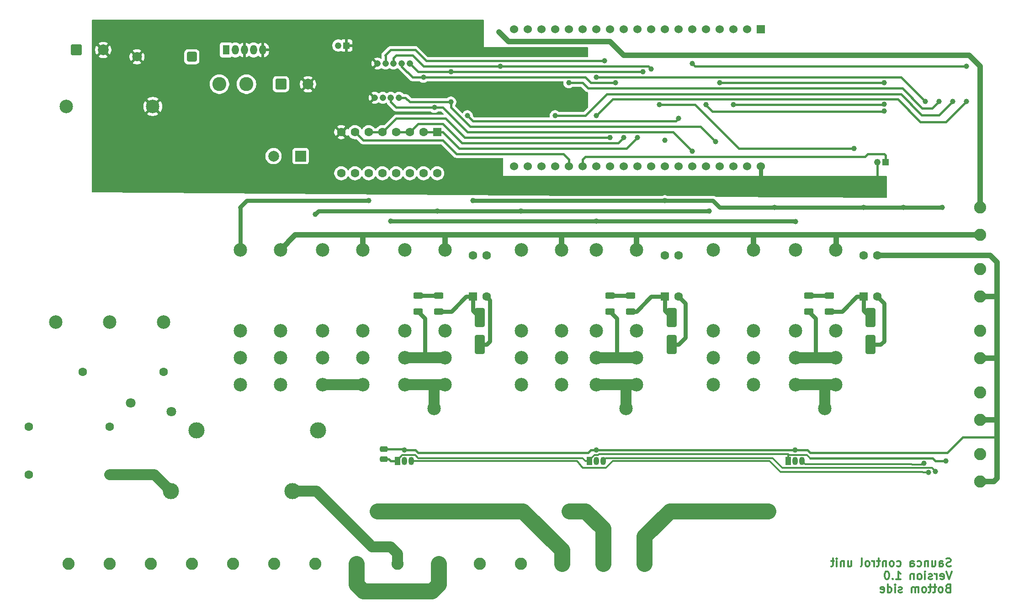
<source format=gbr>
%TF.GenerationSoftware,KiCad,Pcbnew,9.0.7*%
%TF.CreationDate,2026-02-09T15:58:26+01:00*%
%TF.ProjectId,SaunaPCB,5361756e-6150-4434-922e-6b696361645f,0.0.1*%
%TF.SameCoordinates,Original*%
%TF.FileFunction,Copper,L2,Bot*%
%TF.FilePolarity,Positive*%
%FSLAX46Y46*%
G04 Gerber Fmt 4.6, Leading zero omitted, Abs format (unit mm)*
G04 Created by KiCad (PCBNEW 9.0.7) date 2026-02-09 15:58:26*
%MOMM*%
%LPD*%
G01*
G04 APERTURE LIST*
G04 Aperture macros list*
%AMRoundRect*
0 Rectangle with rounded corners*
0 $1 Rounding radius*
0 $2 $3 $4 $5 $6 $7 $8 $9 X,Y pos of 4 corners*
0 Add a 4 corners polygon primitive as box body*
4,1,4,$2,$3,$4,$5,$6,$7,$8,$9,$2,$3,0*
0 Add four circle primitives for the rounded corners*
1,1,$1+$1,$2,$3*
1,1,$1+$1,$4,$5*
1,1,$1+$1,$6,$7*
1,1,$1+$1,$8,$9*
0 Add four rect primitives between the rounded corners*
20,1,$1+$1,$2,$3,$4,$5,0*
20,1,$1+$1,$4,$5,$6,$7,0*
20,1,$1+$1,$6,$7,$8,$9,0*
20,1,$1+$1,$8,$9,$2,$3,0*%
G04 Aperture macros list end*
%ADD10C,0.300000*%
%TA.AperFunction,NonConductor*%
%ADD11C,0.300000*%
%TD*%
%TA.AperFunction,ComponentPad*%
%ADD12RoundRect,0.250000X0.550000X-0.550000X0.550000X0.550000X-0.550000X0.550000X-0.550000X-0.550000X0*%
%TD*%
%TA.AperFunction,ComponentPad*%
%ADD13C,1.600000*%
%TD*%
%TA.AperFunction,ComponentPad*%
%ADD14C,1.800000*%
%TD*%
%TA.AperFunction,ComponentPad*%
%ADD15C,2.250000*%
%TD*%
%TA.AperFunction,ComponentPad*%
%ADD16RoundRect,0.250000X-0.550000X0.550000X-0.550000X-0.550000X0.550000X-0.550000X0.550000X0.550000X0*%
%TD*%
%TA.AperFunction,ComponentPad*%
%ADD17C,2.500000*%
%TD*%
%TA.AperFunction,ComponentPad*%
%ADD18R,1.050000X1.500000*%
%TD*%
%TA.AperFunction,ComponentPad*%
%ADD19O,1.050000X1.500000*%
%TD*%
%TA.AperFunction,ComponentPad*%
%ADD20C,3.000000*%
%TD*%
%TA.AperFunction,ComponentPad*%
%ADD21R,1.275000X1.800000*%
%TD*%
%TA.AperFunction,ComponentPad*%
%ADD22O,1.275000X1.800000*%
%TD*%
%TA.AperFunction,ComponentPad*%
%ADD23C,1.208000*%
%TD*%
%TA.AperFunction,ComponentPad*%
%ADD24R,1.238000X1.238000*%
%TD*%
%TA.AperFunction,ComponentPad*%
%ADD25C,1.238000*%
%TD*%
%TA.AperFunction,ComponentPad*%
%ADD26R,2.000000X2.000000*%
%TD*%
%TA.AperFunction,ComponentPad*%
%ADD27C,2.000000*%
%TD*%
%TA.AperFunction,ComponentPad*%
%ADD28RoundRect,0.250000X0.650000X0.650000X-0.650000X0.650000X-0.650000X-0.650000X0.650000X-0.650000X0*%
%TD*%
%TA.AperFunction,ComponentPad*%
%ADD29RoundRect,0.250000X-0.750000X-0.750000X0.750000X-0.750000X0.750000X0.750000X-0.750000X0.750000X0*%
%TD*%
%TA.AperFunction,ComponentPad*%
%ADD30C,2.600000*%
%TD*%
%TA.AperFunction,ComponentPad*%
%ADD31R,1.530000X1.530000*%
%TD*%
%TA.AperFunction,ComponentPad*%
%ADD32C,1.530000*%
%TD*%
%TA.AperFunction,SMDPad,CuDef*%
%ADD33RoundRect,0.250000X-0.650000X1.500000X-0.650000X-1.500000X0.650000X-1.500000X0.650000X1.500000X0*%
%TD*%
%TA.AperFunction,SMDPad,CuDef*%
%ADD34RoundRect,0.250000X-0.625000X0.312500X-0.625000X-0.312500X0.625000X-0.312500X0.625000X0.312500X0*%
%TD*%
%TA.AperFunction,SMDPad,CuDef*%
%ADD35RoundRect,0.250000X0.625000X-0.312500X0.625000X0.312500X-0.625000X0.312500X-0.625000X-0.312500X0*%
%TD*%
%TA.AperFunction,SMDPad,CuDef*%
%ADD36RoundRect,0.250000X0.475000X-0.250000X0.475000X0.250000X-0.475000X0.250000X-0.475000X-0.250000X0*%
%TD*%
%TA.AperFunction,ViaPad*%
%ADD37C,1.000000*%
%TD*%
%TA.AperFunction,Conductor*%
%ADD38C,1.000000*%
%TD*%
%TA.AperFunction,Conductor*%
%ADD39C,0.800000*%
%TD*%
%TA.AperFunction,Conductor*%
%ADD40C,0.400000*%
%TD*%
%TA.AperFunction,Conductor*%
%ADD41C,0.600000*%
%TD*%
%TA.AperFunction,Conductor*%
%ADD42C,2.000000*%
%TD*%
%TA.AperFunction,Conductor*%
%ADD43C,3.000000*%
%TD*%
%TA.AperFunction,Conductor*%
%ADD44C,0.300000*%
%TD*%
G04 APERTURE END LIST*
D10*
D11*
X236516917Y-148899568D02*
X236302632Y-148970996D01*
X236302632Y-148970996D02*
X235945489Y-148970996D01*
X235945489Y-148970996D02*
X235802632Y-148899568D01*
X235802632Y-148899568D02*
X235731203Y-148828139D01*
X235731203Y-148828139D02*
X235659774Y-148685282D01*
X235659774Y-148685282D02*
X235659774Y-148542425D01*
X235659774Y-148542425D02*
X235731203Y-148399568D01*
X235731203Y-148399568D02*
X235802632Y-148328139D01*
X235802632Y-148328139D02*
X235945489Y-148256710D01*
X235945489Y-148256710D02*
X236231203Y-148185282D01*
X236231203Y-148185282D02*
X236374060Y-148113853D01*
X236374060Y-148113853D02*
X236445489Y-148042425D01*
X236445489Y-148042425D02*
X236516917Y-147899568D01*
X236516917Y-147899568D02*
X236516917Y-147756710D01*
X236516917Y-147756710D02*
X236445489Y-147613853D01*
X236445489Y-147613853D02*
X236374060Y-147542425D01*
X236374060Y-147542425D02*
X236231203Y-147470996D01*
X236231203Y-147470996D02*
X235874060Y-147470996D01*
X235874060Y-147470996D02*
X235659774Y-147542425D01*
X234374061Y-148970996D02*
X234374061Y-148185282D01*
X234374061Y-148185282D02*
X234445489Y-148042425D01*
X234445489Y-148042425D02*
X234588346Y-147970996D01*
X234588346Y-147970996D02*
X234874061Y-147970996D01*
X234874061Y-147970996D02*
X235016918Y-148042425D01*
X234374061Y-148899568D02*
X234516918Y-148970996D01*
X234516918Y-148970996D02*
X234874061Y-148970996D01*
X234874061Y-148970996D02*
X235016918Y-148899568D01*
X235016918Y-148899568D02*
X235088346Y-148756710D01*
X235088346Y-148756710D02*
X235088346Y-148613853D01*
X235088346Y-148613853D02*
X235016918Y-148470996D01*
X235016918Y-148470996D02*
X234874061Y-148399568D01*
X234874061Y-148399568D02*
X234516918Y-148399568D01*
X234516918Y-148399568D02*
X234374061Y-148328139D01*
X233016918Y-147970996D02*
X233016918Y-148970996D01*
X233659775Y-147970996D02*
X233659775Y-148756710D01*
X233659775Y-148756710D02*
X233588346Y-148899568D01*
X233588346Y-148899568D02*
X233445489Y-148970996D01*
X233445489Y-148970996D02*
X233231203Y-148970996D01*
X233231203Y-148970996D02*
X233088346Y-148899568D01*
X233088346Y-148899568D02*
X233016918Y-148828139D01*
X232302632Y-147970996D02*
X232302632Y-148970996D01*
X232302632Y-148113853D02*
X232231203Y-148042425D01*
X232231203Y-148042425D02*
X232088346Y-147970996D01*
X232088346Y-147970996D02*
X231874060Y-147970996D01*
X231874060Y-147970996D02*
X231731203Y-148042425D01*
X231731203Y-148042425D02*
X231659775Y-148185282D01*
X231659775Y-148185282D02*
X231659775Y-148970996D01*
X230302632Y-148899568D02*
X230445489Y-148970996D01*
X230445489Y-148970996D02*
X230731203Y-148970996D01*
X230731203Y-148970996D02*
X230874060Y-148899568D01*
X230874060Y-148899568D02*
X230945489Y-148828139D01*
X230945489Y-148828139D02*
X231016917Y-148685282D01*
X231016917Y-148685282D02*
X231016917Y-148256710D01*
X231016917Y-148256710D02*
X230945489Y-148113853D01*
X230945489Y-148113853D02*
X230874060Y-148042425D01*
X230874060Y-148042425D02*
X230731203Y-147970996D01*
X230731203Y-147970996D02*
X230445489Y-147970996D01*
X230445489Y-147970996D02*
X230302632Y-148042425D01*
X229016918Y-148970996D02*
X229016918Y-148185282D01*
X229016918Y-148185282D02*
X229088346Y-148042425D01*
X229088346Y-148042425D02*
X229231203Y-147970996D01*
X229231203Y-147970996D02*
X229516918Y-147970996D01*
X229516918Y-147970996D02*
X229659775Y-148042425D01*
X229016918Y-148899568D02*
X229159775Y-148970996D01*
X229159775Y-148970996D02*
X229516918Y-148970996D01*
X229516918Y-148970996D02*
X229659775Y-148899568D01*
X229659775Y-148899568D02*
X229731203Y-148756710D01*
X229731203Y-148756710D02*
X229731203Y-148613853D01*
X229731203Y-148613853D02*
X229659775Y-148470996D01*
X229659775Y-148470996D02*
X229516918Y-148399568D01*
X229516918Y-148399568D02*
X229159775Y-148399568D01*
X229159775Y-148399568D02*
X229016918Y-148328139D01*
X226516918Y-148899568D02*
X226659775Y-148970996D01*
X226659775Y-148970996D02*
X226945489Y-148970996D01*
X226945489Y-148970996D02*
X227088346Y-148899568D01*
X227088346Y-148899568D02*
X227159775Y-148828139D01*
X227159775Y-148828139D02*
X227231203Y-148685282D01*
X227231203Y-148685282D02*
X227231203Y-148256710D01*
X227231203Y-148256710D02*
X227159775Y-148113853D01*
X227159775Y-148113853D02*
X227088346Y-148042425D01*
X227088346Y-148042425D02*
X226945489Y-147970996D01*
X226945489Y-147970996D02*
X226659775Y-147970996D01*
X226659775Y-147970996D02*
X226516918Y-148042425D01*
X225659775Y-148970996D02*
X225802632Y-148899568D01*
X225802632Y-148899568D02*
X225874061Y-148828139D01*
X225874061Y-148828139D02*
X225945489Y-148685282D01*
X225945489Y-148685282D02*
X225945489Y-148256710D01*
X225945489Y-148256710D02*
X225874061Y-148113853D01*
X225874061Y-148113853D02*
X225802632Y-148042425D01*
X225802632Y-148042425D02*
X225659775Y-147970996D01*
X225659775Y-147970996D02*
X225445489Y-147970996D01*
X225445489Y-147970996D02*
X225302632Y-148042425D01*
X225302632Y-148042425D02*
X225231204Y-148113853D01*
X225231204Y-148113853D02*
X225159775Y-148256710D01*
X225159775Y-148256710D02*
X225159775Y-148685282D01*
X225159775Y-148685282D02*
X225231204Y-148828139D01*
X225231204Y-148828139D02*
X225302632Y-148899568D01*
X225302632Y-148899568D02*
X225445489Y-148970996D01*
X225445489Y-148970996D02*
X225659775Y-148970996D01*
X224516918Y-147970996D02*
X224516918Y-148970996D01*
X224516918Y-148113853D02*
X224445489Y-148042425D01*
X224445489Y-148042425D02*
X224302632Y-147970996D01*
X224302632Y-147970996D02*
X224088346Y-147970996D01*
X224088346Y-147970996D02*
X223945489Y-148042425D01*
X223945489Y-148042425D02*
X223874061Y-148185282D01*
X223874061Y-148185282D02*
X223874061Y-148970996D01*
X223374060Y-147970996D02*
X222802632Y-147970996D01*
X223159775Y-147470996D02*
X223159775Y-148756710D01*
X223159775Y-148756710D02*
X223088346Y-148899568D01*
X223088346Y-148899568D02*
X222945489Y-148970996D01*
X222945489Y-148970996D02*
X222802632Y-148970996D01*
X222302632Y-148970996D02*
X222302632Y-147970996D01*
X222302632Y-148256710D02*
X222231203Y-148113853D01*
X222231203Y-148113853D02*
X222159775Y-148042425D01*
X222159775Y-148042425D02*
X222016917Y-147970996D01*
X222016917Y-147970996D02*
X221874060Y-147970996D01*
X221159775Y-148970996D02*
X221302632Y-148899568D01*
X221302632Y-148899568D02*
X221374061Y-148828139D01*
X221374061Y-148828139D02*
X221445489Y-148685282D01*
X221445489Y-148685282D02*
X221445489Y-148256710D01*
X221445489Y-148256710D02*
X221374061Y-148113853D01*
X221374061Y-148113853D02*
X221302632Y-148042425D01*
X221302632Y-148042425D02*
X221159775Y-147970996D01*
X221159775Y-147970996D02*
X220945489Y-147970996D01*
X220945489Y-147970996D02*
X220802632Y-148042425D01*
X220802632Y-148042425D02*
X220731204Y-148113853D01*
X220731204Y-148113853D02*
X220659775Y-148256710D01*
X220659775Y-148256710D02*
X220659775Y-148685282D01*
X220659775Y-148685282D02*
X220731204Y-148828139D01*
X220731204Y-148828139D02*
X220802632Y-148899568D01*
X220802632Y-148899568D02*
X220945489Y-148970996D01*
X220945489Y-148970996D02*
X221159775Y-148970996D01*
X219802632Y-148970996D02*
X219945489Y-148899568D01*
X219945489Y-148899568D02*
X220016918Y-148756710D01*
X220016918Y-148756710D02*
X220016918Y-147470996D01*
X217445490Y-147970996D02*
X217445490Y-148970996D01*
X218088347Y-147970996D02*
X218088347Y-148756710D01*
X218088347Y-148756710D02*
X218016918Y-148899568D01*
X218016918Y-148899568D02*
X217874061Y-148970996D01*
X217874061Y-148970996D02*
X217659775Y-148970996D01*
X217659775Y-148970996D02*
X217516918Y-148899568D01*
X217516918Y-148899568D02*
X217445490Y-148828139D01*
X216731204Y-147970996D02*
X216731204Y-148970996D01*
X216731204Y-148113853D02*
X216659775Y-148042425D01*
X216659775Y-148042425D02*
X216516918Y-147970996D01*
X216516918Y-147970996D02*
X216302632Y-147970996D01*
X216302632Y-147970996D02*
X216159775Y-148042425D01*
X216159775Y-148042425D02*
X216088347Y-148185282D01*
X216088347Y-148185282D02*
X216088347Y-148970996D01*
X215374061Y-148970996D02*
X215374061Y-147970996D01*
X215374061Y-147470996D02*
X215445489Y-147542425D01*
X215445489Y-147542425D02*
X215374061Y-147613853D01*
X215374061Y-147613853D02*
X215302632Y-147542425D01*
X215302632Y-147542425D02*
X215374061Y-147470996D01*
X215374061Y-147470996D02*
X215374061Y-147613853D01*
X214874060Y-147970996D02*
X214302632Y-147970996D01*
X214659775Y-147470996D02*
X214659775Y-148756710D01*
X214659775Y-148756710D02*
X214588346Y-148899568D01*
X214588346Y-148899568D02*
X214445489Y-148970996D01*
X214445489Y-148970996D02*
X214302632Y-148970996D01*
X236659774Y-149885912D02*
X236159774Y-151385912D01*
X236159774Y-151385912D02*
X235659774Y-149885912D01*
X234588346Y-151314484D02*
X234731203Y-151385912D01*
X234731203Y-151385912D02*
X235016918Y-151385912D01*
X235016918Y-151385912D02*
X235159775Y-151314484D01*
X235159775Y-151314484D02*
X235231203Y-151171626D01*
X235231203Y-151171626D02*
X235231203Y-150600198D01*
X235231203Y-150600198D02*
X235159775Y-150457341D01*
X235159775Y-150457341D02*
X235016918Y-150385912D01*
X235016918Y-150385912D02*
X234731203Y-150385912D01*
X234731203Y-150385912D02*
X234588346Y-150457341D01*
X234588346Y-150457341D02*
X234516918Y-150600198D01*
X234516918Y-150600198D02*
X234516918Y-150743055D01*
X234516918Y-150743055D02*
X235231203Y-150885912D01*
X233874061Y-151385912D02*
X233874061Y-150385912D01*
X233874061Y-150671626D02*
X233802632Y-150528769D01*
X233802632Y-150528769D02*
X233731204Y-150457341D01*
X233731204Y-150457341D02*
X233588346Y-150385912D01*
X233588346Y-150385912D02*
X233445489Y-150385912D01*
X233016918Y-151314484D02*
X232874061Y-151385912D01*
X232874061Y-151385912D02*
X232588347Y-151385912D01*
X232588347Y-151385912D02*
X232445490Y-151314484D01*
X232445490Y-151314484D02*
X232374061Y-151171626D01*
X232374061Y-151171626D02*
X232374061Y-151100198D01*
X232374061Y-151100198D02*
X232445490Y-150957341D01*
X232445490Y-150957341D02*
X232588347Y-150885912D01*
X232588347Y-150885912D02*
X232802633Y-150885912D01*
X232802633Y-150885912D02*
X232945490Y-150814484D01*
X232945490Y-150814484D02*
X233016918Y-150671626D01*
X233016918Y-150671626D02*
X233016918Y-150600198D01*
X233016918Y-150600198D02*
X232945490Y-150457341D01*
X232945490Y-150457341D02*
X232802633Y-150385912D01*
X232802633Y-150385912D02*
X232588347Y-150385912D01*
X232588347Y-150385912D02*
X232445490Y-150457341D01*
X231731204Y-151385912D02*
X231731204Y-150385912D01*
X231731204Y-149885912D02*
X231802632Y-149957341D01*
X231802632Y-149957341D02*
X231731204Y-150028769D01*
X231731204Y-150028769D02*
X231659775Y-149957341D01*
X231659775Y-149957341D02*
X231731204Y-149885912D01*
X231731204Y-149885912D02*
X231731204Y-150028769D01*
X230802632Y-151385912D02*
X230945489Y-151314484D01*
X230945489Y-151314484D02*
X231016918Y-151243055D01*
X231016918Y-151243055D02*
X231088346Y-151100198D01*
X231088346Y-151100198D02*
X231088346Y-150671626D01*
X231088346Y-150671626D02*
X231016918Y-150528769D01*
X231016918Y-150528769D02*
X230945489Y-150457341D01*
X230945489Y-150457341D02*
X230802632Y-150385912D01*
X230802632Y-150385912D02*
X230588346Y-150385912D01*
X230588346Y-150385912D02*
X230445489Y-150457341D01*
X230445489Y-150457341D02*
X230374061Y-150528769D01*
X230374061Y-150528769D02*
X230302632Y-150671626D01*
X230302632Y-150671626D02*
X230302632Y-151100198D01*
X230302632Y-151100198D02*
X230374061Y-151243055D01*
X230374061Y-151243055D02*
X230445489Y-151314484D01*
X230445489Y-151314484D02*
X230588346Y-151385912D01*
X230588346Y-151385912D02*
X230802632Y-151385912D01*
X229659775Y-150385912D02*
X229659775Y-151385912D01*
X229659775Y-150528769D02*
X229588346Y-150457341D01*
X229588346Y-150457341D02*
X229445489Y-150385912D01*
X229445489Y-150385912D02*
X229231203Y-150385912D01*
X229231203Y-150385912D02*
X229088346Y-150457341D01*
X229088346Y-150457341D02*
X229016918Y-150600198D01*
X229016918Y-150600198D02*
X229016918Y-151385912D01*
X226374060Y-151385912D02*
X227231203Y-151385912D01*
X226802632Y-151385912D02*
X226802632Y-149885912D01*
X226802632Y-149885912D02*
X226945489Y-150100198D01*
X226945489Y-150100198D02*
X227088346Y-150243055D01*
X227088346Y-150243055D02*
X227231203Y-150314484D01*
X225731204Y-151243055D02*
X225659775Y-151314484D01*
X225659775Y-151314484D02*
X225731204Y-151385912D01*
X225731204Y-151385912D02*
X225802632Y-151314484D01*
X225802632Y-151314484D02*
X225731204Y-151243055D01*
X225731204Y-151243055D02*
X225731204Y-151385912D01*
X224731203Y-149885912D02*
X224588346Y-149885912D01*
X224588346Y-149885912D02*
X224445489Y-149957341D01*
X224445489Y-149957341D02*
X224374061Y-150028769D01*
X224374061Y-150028769D02*
X224302632Y-150171626D01*
X224302632Y-150171626D02*
X224231203Y-150457341D01*
X224231203Y-150457341D02*
X224231203Y-150814484D01*
X224231203Y-150814484D02*
X224302632Y-151100198D01*
X224302632Y-151100198D02*
X224374061Y-151243055D01*
X224374061Y-151243055D02*
X224445489Y-151314484D01*
X224445489Y-151314484D02*
X224588346Y-151385912D01*
X224588346Y-151385912D02*
X224731203Y-151385912D01*
X224731203Y-151385912D02*
X224874061Y-151314484D01*
X224874061Y-151314484D02*
X224945489Y-151243055D01*
X224945489Y-151243055D02*
X225016918Y-151100198D01*
X225016918Y-151100198D02*
X225088346Y-150814484D01*
X225088346Y-150814484D02*
X225088346Y-150457341D01*
X225088346Y-150457341D02*
X225016918Y-150171626D01*
X225016918Y-150171626D02*
X224945489Y-150028769D01*
X224945489Y-150028769D02*
X224874061Y-149957341D01*
X224874061Y-149957341D02*
X224731203Y-149885912D01*
X235945489Y-153015114D02*
X235731203Y-153086542D01*
X235731203Y-153086542D02*
X235659774Y-153157971D01*
X235659774Y-153157971D02*
X235588346Y-153300828D01*
X235588346Y-153300828D02*
X235588346Y-153515114D01*
X235588346Y-153515114D02*
X235659774Y-153657971D01*
X235659774Y-153657971D02*
X235731203Y-153729400D01*
X235731203Y-153729400D02*
X235874060Y-153800828D01*
X235874060Y-153800828D02*
X236445489Y-153800828D01*
X236445489Y-153800828D02*
X236445489Y-152300828D01*
X236445489Y-152300828D02*
X235945489Y-152300828D01*
X235945489Y-152300828D02*
X235802632Y-152372257D01*
X235802632Y-152372257D02*
X235731203Y-152443685D01*
X235731203Y-152443685D02*
X235659774Y-152586542D01*
X235659774Y-152586542D02*
X235659774Y-152729400D01*
X235659774Y-152729400D02*
X235731203Y-152872257D01*
X235731203Y-152872257D02*
X235802632Y-152943685D01*
X235802632Y-152943685D02*
X235945489Y-153015114D01*
X235945489Y-153015114D02*
X236445489Y-153015114D01*
X234731203Y-153800828D02*
X234874060Y-153729400D01*
X234874060Y-153729400D02*
X234945489Y-153657971D01*
X234945489Y-153657971D02*
X235016917Y-153515114D01*
X235016917Y-153515114D02*
X235016917Y-153086542D01*
X235016917Y-153086542D02*
X234945489Y-152943685D01*
X234945489Y-152943685D02*
X234874060Y-152872257D01*
X234874060Y-152872257D02*
X234731203Y-152800828D01*
X234731203Y-152800828D02*
X234516917Y-152800828D01*
X234516917Y-152800828D02*
X234374060Y-152872257D01*
X234374060Y-152872257D02*
X234302632Y-152943685D01*
X234302632Y-152943685D02*
X234231203Y-153086542D01*
X234231203Y-153086542D02*
X234231203Y-153515114D01*
X234231203Y-153515114D02*
X234302632Y-153657971D01*
X234302632Y-153657971D02*
X234374060Y-153729400D01*
X234374060Y-153729400D02*
X234516917Y-153800828D01*
X234516917Y-153800828D02*
X234731203Y-153800828D01*
X233802631Y-152800828D02*
X233231203Y-152800828D01*
X233588346Y-152300828D02*
X233588346Y-153586542D01*
X233588346Y-153586542D02*
X233516917Y-153729400D01*
X233516917Y-153729400D02*
X233374060Y-153800828D01*
X233374060Y-153800828D02*
X233231203Y-153800828D01*
X232945488Y-152800828D02*
X232374060Y-152800828D01*
X232731203Y-152300828D02*
X232731203Y-153586542D01*
X232731203Y-153586542D02*
X232659774Y-153729400D01*
X232659774Y-153729400D02*
X232516917Y-153800828D01*
X232516917Y-153800828D02*
X232374060Y-153800828D01*
X231659774Y-153800828D02*
X231802631Y-153729400D01*
X231802631Y-153729400D02*
X231874060Y-153657971D01*
X231874060Y-153657971D02*
X231945488Y-153515114D01*
X231945488Y-153515114D02*
X231945488Y-153086542D01*
X231945488Y-153086542D02*
X231874060Y-152943685D01*
X231874060Y-152943685D02*
X231802631Y-152872257D01*
X231802631Y-152872257D02*
X231659774Y-152800828D01*
X231659774Y-152800828D02*
X231445488Y-152800828D01*
X231445488Y-152800828D02*
X231302631Y-152872257D01*
X231302631Y-152872257D02*
X231231203Y-152943685D01*
X231231203Y-152943685D02*
X231159774Y-153086542D01*
X231159774Y-153086542D02*
X231159774Y-153515114D01*
X231159774Y-153515114D02*
X231231203Y-153657971D01*
X231231203Y-153657971D02*
X231302631Y-153729400D01*
X231302631Y-153729400D02*
X231445488Y-153800828D01*
X231445488Y-153800828D02*
X231659774Y-153800828D01*
X230516917Y-153800828D02*
X230516917Y-152800828D01*
X230516917Y-152943685D02*
X230445488Y-152872257D01*
X230445488Y-152872257D02*
X230302631Y-152800828D01*
X230302631Y-152800828D02*
X230088345Y-152800828D01*
X230088345Y-152800828D02*
X229945488Y-152872257D01*
X229945488Y-152872257D02*
X229874060Y-153015114D01*
X229874060Y-153015114D02*
X229874060Y-153800828D01*
X229874060Y-153015114D02*
X229802631Y-152872257D01*
X229802631Y-152872257D02*
X229659774Y-152800828D01*
X229659774Y-152800828D02*
X229445488Y-152800828D01*
X229445488Y-152800828D02*
X229302631Y-152872257D01*
X229302631Y-152872257D02*
X229231202Y-153015114D01*
X229231202Y-153015114D02*
X229231202Y-153800828D01*
X227445488Y-153729400D02*
X227302631Y-153800828D01*
X227302631Y-153800828D02*
X227016917Y-153800828D01*
X227016917Y-153800828D02*
X226874060Y-153729400D01*
X226874060Y-153729400D02*
X226802631Y-153586542D01*
X226802631Y-153586542D02*
X226802631Y-153515114D01*
X226802631Y-153515114D02*
X226874060Y-153372257D01*
X226874060Y-153372257D02*
X227016917Y-153300828D01*
X227016917Y-153300828D02*
X227231203Y-153300828D01*
X227231203Y-153300828D02*
X227374060Y-153229400D01*
X227374060Y-153229400D02*
X227445488Y-153086542D01*
X227445488Y-153086542D02*
X227445488Y-153015114D01*
X227445488Y-153015114D02*
X227374060Y-152872257D01*
X227374060Y-152872257D02*
X227231203Y-152800828D01*
X227231203Y-152800828D02*
X227016917Y-152800828D01*
X227016917Y-152800828D02*
X226874060Y-152872257D01*
X226159774Y-153800828D02*
X226159774Y-152800828D01*
X226159774Y-152300828D02*
X226231202Y-152372257D01*
X226231202Y-152372257D02*
X226159774Y-152443685D01*
X226159774Y-152443685D02*
X226088345Y-152372257D01*
X226088345Y-152372257D02*
X226159774Y-152300828D01*
X226159774Y-152300828D02*
X226159774Y-152443685D01*
X224802631Y-153800828D02*
X224802631Y-152300828D01*
X224802631Y-153729400D02*
X224945488Y-153800828D01*
X224945488Y-153800828D02*
X225231202Y-153800828D01*
X225231202Y-153800828D02*
X225374059Y-153729400D01*
X225374059Y-153729400D02*
X225445488Y-153657971D01*
X225445488Y-153657971D02*
X225516916Y-153515114D01*
X225516916Y-153515114D02*
X225516916Y-153086542D01*
X225516916Y-153086542D02*
X225445488Y-152943685D01*
X225445488Y-152943685D02*
X225374059Y-152872257D01*
X225374059Y-152872257D02*
X225231202Y-152800828D01*
X225231202Y-152800828D02*
X224945488Y-152800828D01*
X224945488Y-152800828D02*
X224802631Y-152872257D01*
X223516916Y-153729400D02*
X223659773Y-153800828D01*
X223659773Y-153800828D02*
X223945488Y-153800828D01*
X223945488Y-153800828D02*
X224088345Y-153729400D01*
X224088345Y-153729400D02*
X224159773Y-153586542D01*
X224159773Y-153586542D02*
X224159773Y-153015114D01*
X224159773Y-153015114D02*
X224088345Y-152872257D01*
X224088345Y-152872257D02*
X223945488Y-152800828D01*
X223945488Y-152800828D02*
X223659773Y-152800828D01*
X223659773Y-152800828D02*
X223516916Y-152872257D01*
X223516916Y-152872257D02*
X223445488Y-153015114D01*
X223445488Y-153015114D02*
X223445488Y-153157971D01*
X223445488Y-153157971D02*
X224159773Y-153300828D01*
D12*
%TO.P,U204,1*%
%TO.N,Net-(D207-K)*%
X183495000Y-98980000D03*
D13*
%TO.P,U204,2*%
%TO.N,Net-(D206-A)*%
X186035000Y-98980000D03*
%TO.P,U204,3*%
%TO.N,GND*%
X186035000Y-91360000D03*
%TO.P,U204,4*%
%TO.N,L2_Sense*%
X183495000Y-91360000D03*
%TD*%
D14*
%TO.P,RV201,1*%
%TO.N,N*%
X84567000Y-118665000D03*
%TO.P,RV201,2*%
%TO.N,L1_ON*%
X92067000Y-120298330D03*
%TD*%
D15*
%TO.P,J304,1*%
%TO.N,GND*%
X241920000Y-98980000D03*
%TO.P,J304,2*%
%TO.N,KTY_Oven*%
X241920000Y-93900000D03*
%TD*%
D16*
%TO.P,U301,1,I1*%
%TO.N,/Controller part/R1_3V3*%
X141336000Y-68500000D03*
D13*
%TO.P,U301,2,I2*%
X138796000Y-68500000D03*
%TO.P,U301,3,I3*%
%TO.N,/Controller part/R2_3V3*%
X136256000Y-68500000D03*
%TO.P,U301,4,I4*%
X133716000Y-68500000D03*
%TO.P,U301,5,I5*%
%TO.N,/Controller part/R3_3V3*%
X131176000Y-68500000D03*
%TO.P,U301,6,I6*%
X128636000Y-68500000D03*
%TO.P,U301,7,I7*%
%TO.N,/Controller part/Summer_3V3*%
X126096000Y-68500000D03*
%TO.P,U301,8,GND*%
%TO.N,GND*%
X123556000Y-68500000D03*
%TO.P,U301,9,COM*%
%TO.N,24VR*%
X123556000Y-76120000D03*
%TO.P,U301,10,O7*%
%TO.N,Net-(U301-O7)*%
X126096000Y-76120000D03*
%TO.P,U301,11,O6*%
%TO.N,Relais_3*%
X128636000Y-76120000D03*
%TO.P,U301,12,O5*%
X131176000Y-76120000D03*
%TO.P,U301,13,O4*%
%TO.N,Relais_2*%
X133716000Y-76120000D03*
%TO.P,U301,14,O3*%
X136256000Y-76120000D03*
%TO.P,U301,15,O2*%
%TO.N,Relais_1*%
X138796000Y-76120000D03*
%TO.P,U301,16,O1*%
X141336000Y-76120000D03*
%TD*%
D12*
%TO.P,U205,1*%
%TO.N,Net-(D208-K)*%
X220325000Y-98975000D03*
D13*
%TO.P,U205,2*%
%TO.N,Net-(D206-A)*%
X222865000Y-98975000D03*
%TO.P,U205,3*%
%TO.N,GND*%
X222865000Y-91355000D03*
%TO.P,U205,4*%
%TO.N,L3_Sense*%
X220325000Y-91355000D03*
%TD*%
D17*
%TO.P,K206,11a*%
%TO.N,/Power distribution part/L1_SW*%
X142800000Y-110290000D03*
%TO.P,K206,11b*%
X135300000Y-110290000D03*
%TO.P,K206,12a*%
%TO.N,unconnected-(K206-Pad12a)*%
X142800000Y-105290000D03*
%TO.P,K206,12b*%
%TO.N,unconnected-(K206-Pad12b)*%
X135300000Y-105290000D03*
%TO.P,K206,14a*%
%TO.N,/Power distribution part/K206_Out*%
X142800000Y-115290000D03*
%TO.P,K206,14b*%
X135300000Y-115290000D03*
%TO.P,K206,A1*%
%TO.N,24VR*%
X142800000Y-90290000D03*
%TO.P,K206,A2*%
%TO.N,Relais_2*%
X135300000Y-90290000D03*
%TD*%
D15*
%TO.P,J302,1*%
%TO.N,GND*%
X241920000Y-121840000D03*
%TO.P,J302,2*%
%TO.N,Standby_OnOff*%
X241920000Y-116760000D03*
%TD*%
D18*
%TO.P,U208,1,VCC*%
%TO.N,+3V3*%
X133970000Y-129460000D03*
D19*
%TO.P,U208,2,GND*%
%TO.N,GND*%
X135240000Y-129460000D03*
%TO.P,U208,3,OUT*%
%TO.N,I_L1*%
X136510000Y-129460000D03*
%TD*%
D15*
%TO.P,J203,1*%
%TO.N,PE*%
X73010000Y-148510000D03*
%TO.P,J203,2*%
X80630000Y-148510000D03*
%TO.P,J203,3*%
X88250000Y-148510000D03*
%TD*%
D17*
%TO.P,K207,11a*%
%TO.N,Net-(F201-Pad1)*%
X112320000Y-110290000D03*
%TO.P,K207,11b*%
X104820000Y-110290000D03*
%TO.P,K207,12a*%
%TO.N,unconnected-(K207-Pad12a)*%
X112320000Y-105290000D03*
%TO.P,K207,12b*%
%TO.N,unconnected-(K207-Pad12b)*%
X104820000Y-105290000D03*
%TO.P,K207,14a*%
%TO.N,L1*%
X112320000Y-115290000D03*
%TO.P,K207,14b*%
X104820000Y-115290000D03*
%TO.P,K207,A1*%
%TO.N,24VR*%
X112320000Y-90290000D03*
%TO.P,K207,A2*%
%TO.N,Relais_3*%
X104820000Y-90290000D03*
%TD*%
D15*
%TO.P,J303,1*%
%TO.N,GND*%
X241920000Y-110410000D03*
%TO.P,J303,2*%
%TO.N,Door_Contact*%
X241920000Y-105330000D03*
%TD*%
D20*
%TO.P,F201,1*%
%TO.N,Net-(F201-Pad1)*%
X96759000Y-123745000D03*
%TO.P,F201,2*%
%TO.N,Light_out*%
X119259000Y-123745000D03*
%TD*%
D21*
%TO.P,U202,1,VIN*%
%TO.N,+24V*%
X102220000Y-53260000D03*
D22*
%TO.P,U202,2,OUT*%
%TO.N,Net-(D203-K)*%
X103920000Y-53260000D03*
%TO.P,U202,3,GND*%
%TO.N,GND*%
X105620000Y-53260000D03*
%TO.P,U202,4,FB*%
%TO.N,+5V*%
X107320000Y-53260000D03*
%TO.P,U202,5,~{ON}/OFF*%
%TO.N,GND*%
X109020000Y-53260000D03*
%TD*%
D15*
%TO.P,J202,1*%
%TO.N,N*%
X95870000Y-148510000D03*
%TO.P,J202,2*%
X103490000Y-148510000D03*
%TO.P,J202,3*%
X111110000Y-148510000D03*
%TD*%
D17*
%TO.P,L201,1,1*%
%TO.N,/Power distribution part/L3_OUT*%
X202650000Y-138710000D03*
%TO.P,L201,2,2*%
%TO.N,/Power distribution part/K202_Out*%
X213150000Y-119710000D03*
%TD*%
D23*
%TO.P,J306,1,1*%
%TO.N,GND*%
X129748000Y-62120000D03*
%TO.P,J306,2,2*%
%TO.N,+5V*%
X131248000Y-62120000D03*
%TO.P,J306,3,3*%
%TO.N,SDA*%
X132748000Y-62120000D03*
%TO.P,J306,4,4*%
%TO.N,SCL*%
X134248000Y-62120000D03*
%TD*%
D24*
%TO.P,D204,1,K*%
%TO.N,GND*%
X124520000Y-52440000D03*
D25*
%TO.P,D204,2,A*%
%TO.N,Net-(D204-A)*%
X123020000Y-52440000D03*
%TD*%
D26*
%TO.P,LS301,1,1*%
%TO.N,Net-(U301-O7)*%
X116020785Y-72945000D03*
D27*
%TO.P,LS301,2,2*%
%TO.N,+5V*%
X111020785Y-72945000D03*
%TD*%
D13*
%TO.P,C202,1*%
%TO.N,N*%
X75670000Y-112950000D03*
%TO.P,C202,2*%
%TO.N,L1_ON*%
X90670000Y-112950000D03*
%TD*%
D28*
%TO.P,D203,1,K*%
%TO.N,Net-(D203-K)*%
X95870000Y-54530000D03*
D14*
%TO.P,D203,2,A*%
%TO.N,GND*%
X85710000Y-54530000D03*
%TD*%
D29*
%TO.P,C205,1*%
%TO.N,+5V*%
X112380000Y-59610000D03*
D27*
%TO.P,C205,2*%
%TO.N,GND*%
X117380000Y-59610000D03*
%TD*%
D15*
%TO.P,J201,1*%
%TO.N,L1*%
X141590000Y-148510000D03*
%TO.P,J201,2*%
%TO.N,L2*%
X149210000Y-148510000D03*
%TO.P,J201,3*%
%TO.N,L3*%
X156830000Y-148510000D03*
%TD*%
D17*
%TO.P,L204,1,1*%
%TO.N,/Power distribution part/L1_OUT*%
X130260000Y-138710000D03*
%TO.P,L204,2,2*%
%TO.N,/Power distribution part/K206_Out*%
X140760000Y-119710000D03*
%TD*%
%TO.P,K202,11a*%
%TO.N,/Power distribution part/L3_SW*%
X215190000Y-110290000D03*
%TO.P,K202,11b*%
X207690000Y-110290000D03*
%TO.P,K202,12a*%
%TO.N,unconnected-(K202-Pad12a)*%
X215190000Y-105290000D03*
%TO.P,K202,12b*%
%TO.N,unconnected-(K202-Pad12b)*%
X207690000Y-105290000D03*
%TO.P,K202,14a*%
%TO.N,/Power distribution part/K202_Out*%
X215190000Y-115290000D03*
%TO.P,K202,14b*%
X207690000Y-115290000D03*
%TO.P,K202,A1*%
%TO.N,24VR*%
X215190000Y-90290000D03*
%TO.P,K202,A2*%
%TO.N,Relais_2*%
X207690000Y-90290000D03*
%TD*%
%TO.P,K201,11a*%
%TO.N,/Power distribution part/L3_SW*%
X199950000Y-110290000D03*
%TO.P,K201,11b*%
X192450000Y-110290000D03*
%TO.P,K201,12a*%
%TO.N,unconnected-(K201-Pad12a)*%
X199950000Y-105290000D03*
%TO.P,K201,12b*%
%TO.N,unconnected-(K201-Pad12b)*%
X192450000Y-105290000D03*
%TO.P,K201,14a*%
%TO.N,L3*%
X199950000Y-115290000D03*
%TO.P,K201,14b*%
X192450000Y-115290000D03*
%TO.P,K201,A1*%
%TO.N,24VR*%
X199950000Y-90290000D03*
%TO.P,K201,A2*%
%TO.N,Relais_1*%
X192450000Y-90290000D03*
%TD*%
D15*
%TO.P,J301,1*%
%TO.N,GND*%
X241920000Y-133270000D03*
%TO.P,J301,2*%
%TO.N,Light_OnOff*%
X241920000Y-128190000D03*
%TD*%
D18*
%TO.P,U207,1,VCC*%
%TO.N,+3V3*%
X169530000Y-129460000D03*
D19*
%TO.P,U207,2,GND*%
%TO.N,GND*%
X170800000Y-129460000D03*
%TO.P,U207,3,OUT*%
%TO.N,I_L2*%
X172070000Y-129460000D03*
%TD*%
D17*
%TO.P,K203,11a*%
%TO.N,/Power distribution part/L2_SW*%
X164390000Y-110290000D03*
%TO.P,K203,11b*%
X156890000Y-110290000D03*
%TO.P,K203,12a*%
%TO.N,unconnected-(K203-Pad12a)*%
X164390000Y-105290000D03*
%TO.P,K203,12b*%
%TO.N,unconnected-(K203-Pad12b)*%
X156890000Y-105290000D03*
%TO.P,K203,14a*%
%TO.N,L2*%
X164390000Y-115290000D03*
%TO.P,K203,14b*%
X156890000Y-115290000D03*
%TO.P,K203,A1*%
%TO.N,24VR*%
X164390000Y-90290000D03*
%TO.P,K203,A2*%
%TO.N,Relais_1*%
X156890000Y-90290000D03*
%TD*%
%TO.P,K205,11a*%
%TO.N,/Power distribution part/L1_SW*%
X127560000Y-110290000D03*
%TO.P,K205,11b*%
X120060000Y-110290000D03*
%TO.P,K205,12a*%
%TO.N,unconnected-(K205-Pad12a)*%
X127560000Y-105290000D03*
%TO.P,K205,12b*%
%TO.N,unconnected-(K205-Pad12b)*%
X120060000Y-105290000D03*
%TO.P,K205,14a*%
%TO.N,L1*%
X127560000Y-115290000D03*
%TO.P,K205,14b*%
X120060000Y-115290000D03*
%TO.P,K205,A1*%
%TO.N,24VR*%
X127560000Y-90290000D03*
%TO.P,K205,A2*%
%TO.N,Relais_1*%
X120060000Y-90290000D03*
%TD*%
D12*
%TO.P,U203,1*%
%TO.N,Net-(D206-K)*%
X147940000Y-98980000D03*
D13*
%TO.P,U203,2*%
%TO.N,Net-(D206-A)*%
X150480000Y-98980000D03*
%TO.P,U203,3*%
%TO.N,GND*%
X150480000Y-91360000D03*
%TO.P,U203,4*%
%TO.N,L1_Sense*%
X147940000Y-91360000D03*
%TD*%
D15*
%TO.P,J204,1*%
%TO.N,24VR*%
X241920000Y-87550000D03*
%TO.P,J204,2*%
%TO.N,+24V*%
X241920000Y-82470000D03*
%TD*%
%TO.P,J205,1*%
%TO.N,/Power distribution part/L1_OUT*%
X164450000Y-148510000D03*
%TO.P,J205,2*%
%TO.N,/Power distribution part/L2_OUT*%
X172070000Y-148510000D03*
%TO.P,J205,3*%
%TO.N,/Power distribution part/L3_OUT*%
X179690000Y-148510000D03*
%TD*%
D13*
%TO.P,C201,1*%
%TO.N,PE*%
X65644000Y-123110000D03*
%TO.P,C201,2*%
%TO.N,N*%
X80644000Y-123110000D03*
%TD*%
D23*
%TO.P,J307,1,1*%
%TO.N,ENC_CLK*%
X136256000Y-55800000D03*
%TO.P,J307,2,2*%
%TO.N,ENC_DT*%
X134756000Y-55800000D03*
%TO.P,J307,3,3*%
%TO.N,ENC_SWITCH*%
X133256000Y-55800000D03*
%TO.P,J307,4,4*%
%TO.N,ENC_VCC*%
X131756000Y-55800000D03*
%TO.P,J307,5,5*%
%TO.N,GND*%
X130256000Y-55800000D03*
%TD*%
D15*
%TO.P,J206,1*%
%TO.N,Light_out*%
X118730000Y-148510000D03*
%TO.P,J206,2*%
%TO.N,L1*%
X126350000Y-148510000D03*
%TO.P,J206,3*%
%TO.N,Net-(F202-Pad2)*%
X133970000Y-148510000D03*
%TD*%
D30*
%TO.P,L203,1,1*%
%TO.N,Net-(D203-K)*%
X100990000Y-59610000D03*
%TO.P,L203,2,2*%
%TO.N,+5V*%
X105990000Y-59610000D03*
%TD*%
D24*
%TO.P,J305,1,1*%
%TO.N,KTY_Room*%
X224382000Y-74030000D03*
D25*
%TO.P,J305,2,2*%
%TO.N,GND*%
X222882000Y-74030000D03*
%TD*%
D20*
%TO.P,F202,1*%
%TO.N,L1_ON*%
X91986000Y-135048000D03*
%TO.P,F202,2*%
%TO.N,Net-(F202-Pad2)*%
X114486000Y-135048000D03*
%TD*%
D17*
%TO.P,L202,1,1*%
%TO.N,/Power distribution part/L2_OUT*%
X165820000Y-138710000D03*
%TO.P,L202,2,2*%
%TO.N,/Power distribution part/K204_Out*%
X176320000Y-119710000D03*
%TD*%
%TO.P,K204,11a*%
%TO.N,/Power distribution part/L2_SW*%
X178300000Y-110330000D03*
%TO.P,K204,11b*%
X170800000Y-110330000D03*
%TO.P,K204,12a*%
%TO.N,unconnected-(K204-Pad12a)*%
X178300000Y-105330000D03*
%TO.P,K204,12b*%
%TO.N,unconnected-(K204-Pad12b)*%
X170800000Y-105330000D03*
%TO.P,K204,14a*%
%TO.N,/Power distribution part/K204_Out*%
X178300000Y-115330000D03*
%TO.P,K204,14b*%
X170800000Y-115330000D03*
%TO.P,K204,A1*%
%TO.N,24VR*%
X178300000Y-90330000D03*
%TO.P,K204,A2*%
%TO.N,Relais_2*%
X170800000Y-90330000D03*
%TD*%
D31*
%TO.P,U302,1,3V3*%
%TO.N,+3V3*%
X201270000Y-49450000D03*
D32*
%TO.P,U302,2,EN*%
%TO.N,unconnected-(U302-EN-Pad2)*%
X198730000Y-49450000D03*
%TO.P,U302,3,SENSOR_VP*%
%TO.N,I_L1*%
X196190000Y-49450000D03*
%TO.P,U302,4,SENSOR_VN*%
%TO.N,I_L2*%
X193650000Y-49450000D03*
%TO.P,U302,5,IO34*%
%TO.N,I_L3*%
X191110000Y-49450000D03*
%TO.P,U302,6,IO35*%
%TO.N,24V_FB*%
X188570000Y-49450000D03*
%TO.P,U302,7,IO32*%
%TO.N,L1_Sense*%
X186030000Y-49450000D03*
%TO.P,U302,8,IO33*%
%TO.N,L2_Sense*%
X183490000Y-49450000D03*
%TO.P,U302,9,IO25*%
%TO.N,L3_Sense*%
X180950000Y-49450000D03*
%TO.P,U302,10,IO26*%
%TO.N,/Controller part/R1_3V3*%
X178410000Y-49450000D03*
%TO.P,U302,11,IO27*%
%TO.N,/Controller part/R2_3V3*%
X175870000Y-49450000D03*
%TO.P,U302,12,IO14*%
%TO.N,/Controller part/R3_3V3*%
X173330000Y-49450000D03*
%TO.P,U302,13,IO12*%
%TO.N,Light_OnOff*%
X170790000Y-49450000D03*
%TO.P,U302,14,GND1*%
%TO.N,GND*%
X168250000Y-49450000D03*
%TO.P,U302,15,IO13*%
%TO.N,Standby_OnOff*%
X165710000Y-49450000D03*
%TO.P,U302,16,SD2*%
%TO.N,unconnected-(U302-SD2-Pad16)*%
X163170000Y-49450000D03*
%TO.P,U302,17,SD3*%
%TO.N,unconnected-(U302-SD3-Pad17)*%
X160630000Y-49450000D03*
%TO.P,U302,18,CMD*%
%TO.N,unconnected-(U302-CMD-Pad18)*%
X158090000Y-49450000D03*
%TO.P,U302,19,EXT_5V*%
%TO.N,+5V*%
X155550000Y-49450000D03*
%TO.P,U302,20,CLK*%
%TO.N,unconnected-(U302-CLK-Pad20)*%
X155550000Y-74850000D03*
%TO.P,U302,21,SD0*%
%TO.N,unconnected-(U302-SD0-Pad21)*%
X158090000Y-74850000D03*
%TO.P,U302,22,SD1*%
%TO.N,unconnected-(U302-SD1-Pad22)*%
X160630000Y-74850000D03*
%TO.P,U302,23,IO15*%
%TO.N,Door_Contact*%
X163170000Y-74850000D03*
%TO.P,U302,24,IO2*%
%TO.N,/Controller part/Summer_3V3*%
X165710000Y-74850000D03*
%TO.P,U302,25,IO0*%
%TO.N,KTY_Room*%
X168250000Y-74850000D03*
%TO.P,U302,26,IO4*%
%TO.N,KTY_Oven*%
X170790000Y-74850000D03*
%TO.P,U302,27,IO16*%
%TO.N,ENC_VCC*%
X173330000Y-74850000D03*
%TO.P,U302,28,IO17*%
%TO.N,ENC_DT*%
X175870000Y-74850000D03*
%TO.P,U302,29,IO5*%
%TO.N,ENC_CLK*%
X178410000Y-74850000D03*
%TO.P,U302,30,IO18*%
%TO.N,ENC_SWITCH*%
X180950000Y-74850000D03*
%TO.P,U302,31,IO19*%
%TO.N,/Controller part/LCDBL_3V3*%
X183490000Y-74850000D03*
%TO.P,U302,32,GND2*%
%TO.N,GND*%
X186030000Y-74850000D03*
%TO.P,U302,33,IO21*%
%TO.N,SDA*%
X188570000Y-74850000D03*
%TO.P,U302,34,RXD0*%
%TO.N,unconnected-(U302-RXD0-Pad34)*%
X191110000Y-74850000D03*
%TO.P,U302,35,TXD0*%
%TO.N,unconnected-(U302-TXD0-Pad35)*%
X193650000Y-74850000D03*
%TO.P,U302,36,IO22*%
%TO.N,SCL*%
X196190000Y-74850000D03*
%TO.P,U302,37,IO23*%
%TO.N,unconnected-(U302-IO23-Pad37)*%
X198730000Y-74850000D03*
%TO.P,U302,38,GND3*%
%TO.N,GND*%
X201270000Y-74850000D03*
%TD*%
D13*
%TO.P,C203,1*%
%TO.N,PE*%
X65644000Y-132000000D03*
%TO.P,C203,2*%
%TO.N,L1_ON*%
X80644000Y-132000000D03*
%TD*%
D18*
%TO.P,U206,1,VCC*%
%TO.N,+3V3*%
X206360000Y-129460000D03*
D19*
%TO.P,U206,2,GND*%
%TO.N,GND*%
X207630000Y-129460000D03*
%TO.P,U206,3,OUT*%
%TO.N,I_L3*%
X208900000Y-129460000D03*
%TD*%
D17*
%TO.P,U201,1,AC/L*%
%TO.N,L1_ON*%
X90630000Y-103740000D03*
%TO.P,U201,2,AC/N*%
%TO.N,N*%
X80630000Y-103740000D03*
%TO.P,U201,3,PE*%
%TO.N,PE*%
X70630000Y-103740000D03*
%TO.P,U201,4,-Vo*%
%TO.N,GND*%
X88630000Y-63740000D03*
%TO.P,U201,5,+Vo*%
%TO.N,+24V*%
X72630000Y-63740000D03*
%TD*%
D29*
%TO.P,C204,1*%
%TO.N,+24V*%
X74452323Y-53260000D03*
D27*
%TO.P,C204,2*%
%TO.N,GND*%
X79452323Y-53260000D03*
%TD*%
D33*
%TO.P,D206,1,K*%
%TO.N,Net-(D206-K)*%
X149210000Y-102830000D03*
%TO.P,D206,2,A*%
%TO.N,Net-(D206-A)*%
X149210000Y-107830000D03*
%TD*%
D34*
%TO.P,R207,1*%
%TO.N,Net-(R204-Pad2)*%
X141590000Y-98787500D03*
%TO.P,R207,2*%
%TO.N,Net-(D206-K)*%
X141590000Y-101712500D03*
%TD*%
D35*
%TO.P,R206,1*%
%TO.N,/Power distribution part/L3_SW*%
X210170000Y-101712500D03*
%TO.P,R206,2*%
%TO.N,Net-(R206-Pad2)*%
X210170000Y-98787500D03*
%TD*%
D33*
%TO.P,D207,1,K*%
%TO.N,Net-(D207-K)*%
X184770000Y-102830000D03*
%TO.P,D207,2,A*%
%TO.N,Net-(D206-A)*%
X184770000Y-107830000D03*
%TD*%
D34*
%TO.P,R209,1*%
%TO.N,Net-(R206-Pad2)*%
X213980000Y-98787500D03*
%TO.P,R209,2*%
%TO.N,Net-(D208-K)*%
X213980000Y-101712500D03*
%TD*%
%TO.P,R208,1*%
%TO.N,Net-(R205-Pad2)*%
X177150000Y-98787500D03*
%TO.P,R208,2*%
%TO.N,Net-(D207-K)*%
X177150000Y-101712500D03*
%TD*%
D36*
%TO.P,C206,1*%
%TO.N,+3V3*%
X131430000Y-129140000D03*
%TO.P,C206,2*%
%TO.N,GND*%
X131430000Y-127240000D03*
%TD*%
D35*
%TO.P,R205,1*%
%TO.N,/Power distribution part/L2_SW*%
X173340000Y-101712500D03*
%TO.P,R205,2*%
%TO.N,Net-(R205-Pad2)*%
X173340000Y-98787500D03*
%TD*%
%TO.P,R204,1*%
%TO.N,/Power distribution part/L1_SW*%
X137780000Y-101712500D03*
%TO.P,R204,2*%
%TO.N,Net-(R204-Pad2)*%
X137780000Y-98787500D03*
%TD*%
D33*
%TO.P,D208,1,K*%
%TO.N,Net-(D208-K)*%
X221600000Y-102830000D03*
%TO.P,D208,2,A*%
%TO.N,Net-(D206-A)*%
X221600000Y-107830000D03*
%TD*%
D37*
%TO.N,GND*%
X155560000Y-59864000D03*
X222870000Y-79168000D03*
X207630000Y-127428000D03*
X135240000Y-127428000D03*
X168250000Y-53768000D03*
X150480000Y-64944000D03*
X150480000Y-75612000D03*
X168260000Y-61896000D03*
X170800000Y-127428000D03*
X155560000Y-53768000D03*
X155560000Y-64944000D03*
X150480000Y-77644000D03*
X160640000Y-64944000D03*
X150480000Y-74088000D03*
X163180000Y-59864000D03*
X186040000Y-78152000D03*
X163180000Y-53768000D03*
X150480000Y-62912000D03*
%TO.N,+24V*%
X152766000Y-49958000D03*
%TO.N,Relais_1*%
X156830000Y-83105000D03*
X191755000Y-83105000D03*
X141336000Y-83105000D03*
X118730000Y-83740000D03*
%TO.N,Relais_2*%
X207690001Y-85070001D03*
X132700000Y-85010000D03*
X170800000Y-85010000D03*
%TO.N,Relais_3*%
X128636000Y-81200000D03*
%TO.N,+3V3*%
X183500000Y-81200000D03*
X234935000Y-82470000D03*
X235570000Y-129460000D03*
X220330000Y-82470000D03*
X203820000Y-82470000D03*
X147940000Y-81200000D03*
X227696000Y-82470000D03*
%TO.N,Door_Contact*%
X163170000Y-65452000D03*
X236840000Y-62785000D03*
%TO.N,24V_FB*%
X188570000Y-55800000D03*
X239380000Y-56308000D03*
%TO.N,Light_OnOff*%
X170790000Y-58340000D03*
X231760000Y-62785000D03*
%TO.N,Standby_OnOff*%
X165710000Y-59356000D03*
X234300000Y-62785000D03*
%TO.N,L1_Sense*%
X146924000Y-65452000D03*
X186040000Y-65960000D03*
%TO.N,L3_Sense*%
X218552000Y-71548000D03*
X182484000Y-63420000D03*
%TO.N,SCL*%
X143876000Y-62912000D03*
X192898000Y-70278000D03*
%TO.N,SDA*%
X188570000Y-72056000D03*
X140828000Y-63928000D03*
%TO.N,I_L1*%
X232395000Y-131580000D03*
X224140000Y-63354000D03*
X196200000Y-63420000D03*
%TO.N,ENC_SWITCH*%
X180960000Y-56816000D03*
X153020000Y-56308000D03*
%TO.N,/Controller part/R2_3V3*%
X175870000Y-69516000D03*
%TO.N,I_L2*%
X233665000Y-131365000D03*
X224140000Y-59356000D03*
X193660000Y-59356000D03*
%TO.N,ENC_DT*%
X138796000Y-58340000D03*
X174356000Y-59356000D03*
%TO.N,/Controller part/R3_3V3*%
X173330000Y-69516000D03*
%TO.N,/Controller part/LCDBL_3V3*%
X183490000Y-70024000D03*
%TO.N,ENC_CLK*%
X143876000Y-57324000D03*
X179436000Y-57324000D03*
%TO.N,/Controller part/R1_3V3*%
X178410000Y-69516000D03*
%TO.N,I_L3*%
X224140000Y-64604003D03*
X191110000Y-63420000D03*
X231545000Y-129852000D03*
%TO.N,ENC_VCC*%
X172324000Y-55292000D03*
%TO.N,KTY_Oven*%
X170790000Y-65452000D03*
X239380000Y-62785000D03*
%TD*%
D38*
%TO.N,GND*%
X243820000Y-91355000D02*
X245095000Y-92630000D01*
D39*
X201270000Y-74850000D02*
X201270000Y-78650000D01*
D38*
X222865000Y-91355000D02*
X243820000Y-91355000D01*
D40*
X137272000Y-127428000D02*
X137780000Y-127936000D01*
X238745000Y-125015000D02*
X245095000Y-125015000D01*
X207630000Y-127428000D02*
X170800000Y-127428000D01*
X169784000Y-127428000D02*
X170800000Y-127428000D01*
D38*
X241920000Y-121840000D02*
X245095000Y-121840000D01*
D40*
X135240000Y-127428000D02*
X137272000Y-127428000D01*
X137780000Y-127936000D02*
X169276000Y-127936000D01*
X131430000Y-127240000D02*
X135052000Y-127240000D01*
D38*
X245095000Y-98980000D02*
X244460000Y-98980000D01*
D40*
X222882000Y-76894000D02*
X223124000Y-77136000D01*
X207630000Y-127428000D02*
X209916000Y-127428000D01*
D39*
X201280000Y-78660000D02*
X201270000Y-78650000D01*
D38*
X186040000Y-79294998D02*
X186040000Y-78152000D01*
D40*
X135052000Y-127240000D02*
X135240000Y-127428000D01*
X209916000Y-127428000D02*
X210424000Y-127936000D01*
D38*
X244460000Y-133270000D02*
X245095000Y-132635000D01*
X245095000Y-110410000D02*
X245095000Y-98980000D01*
X245095000Y-132635000D02*
X245095000Y-125015000D01*
X244460000Y-98980000D02*
X241920000Y-98980000D01*
D40*
X169276000Y-127936000D02*
X169784000Y-127428000D01*
D38*
X241920000Y-110410000D02*
X245095000Y-110410000D01*
D40*
X222882000Y-74030000D02*
X222882000Y-76894000D01*
D38*
X245095000Y-121840000D02*
X245095000Y-110410000D01*
X245095000Y-125015000D02*
X245095000Y-121840000D01*
X245095000Y-92630000D02*
X245095000Y-98980000D01*
D40*
X235824000Y-127936000D02*
X238745000Y-125015000D01*
D38*
X241920000Y-133270000D02*
X244460000Y-133270000D01*
X186040002Y-79295000D02*
X186040000Y-79294998D01*
D40*
X210424000Y-127936000D02*
X235824000Y-127936000D01*
D38*
%TO.N,+24V*%
X152766000Y-49958000D02*
X154544000Y-51736000D01*
X175880000Y-54276000D02*
X239888000Y-54276000D01*
X239888000Y-54276000D02*
X241920000Y-56308000D01*
X173340000Y-51736000D02*
X175880000Y-54276000D01*
X241920000Y-56308000D02*
X241920000Y-82470000D01*
X154544000Y-51736000D02*
X173340000Y-51736000D01*
D39*
%TO.N,Relais_1*%
X191755000Y-83105000D02*
X156830000Y-83105000D01*
X119365000Y-83105000D02*
X141336000Y-83105000D01*
X141336000Y-83105000D02*
X156830000Y-83105000D01*
X118730000Y-83740000D02*
X119365000Y-83105000D01*
D41*
%TO.N,Relais_2*%
X207630000Y-85010000D02*
X207690001Y-85070001D01*
D39*
X170800000Y-85010000D02*
X207630000Y-85010000D01*
X170800000Y-85010000D02*
X132700000Y-85010000D01*
D42*
%TO.N,L1_ON*%
X88938000Y-132000000D02*
X91986000Y-135048000D01*
X80644000Y-132000000D02*
X88938000Y-132000000D01*
D39*
%TO.N,Relais_3*%
X104820000Y-82530000D02*
X104820000Y-90290000D01*
X125080000Y-81200000D02*
X106030000Y-81200000D01*
X125080000Y-81200000D02*
X128636000Y-81200000D01*
X106030000Y-81200000D02*
X104760000Y-82470000D01*
X104760000Y-82470000D02*
X104820000Y-82530000D01*
%TO.N,Net-(D206-K)*%
X143937500Y-101712500D02*
X146670000Y-98980000D01*
X141590000Y-101712500D02*
X143937500Y-101712500D01*
X146670000Y-98980000D02*
X147940000Y-98980000D01*
X147940000Y-98980000D02*
X147940000Y-101560000D01*
X147940000Y-101560000D02*
X149210000Y-102830000D01*
D42*
%TO.N,/Power distribution part/L1_SW*%
X142800000Y-110290000D02*
X139050000Y-110290000D01*
D39*
X139050000Y-102982500D02*
X139050000Y-110290000D01*
D42*
X139050000Y-110290000D02*
X135300000Y-110290000D01*
D39*
X137780000Y-101712500D02*
X139050000Y-102982500D01*
D42*
%TO.N,/Power distribution part/L2_SW*%
X174610000Y-110330000D02*
X170800000Y-110330000D01*
X178300000Y-110330000D02*
X174610000Y-110330000D01*
D39*
X173340000Y-101712500D02*
X174610000Y-102982500D01*
X174610000Y-102982500D02*
X174610000Y-110330000D01*
%TO.N,/Power distribution part/L3_SW*%
X210170000Y-101712500D02*
X211440000Y-102982500D01*
X211440000Y-102982500D02*
X211440000Y-110290000D01*
D42*
X211440000Y-110290000D02*
X207690000Y-110290000D01*
X215190000Y-110290000D02*
X211440000Y-110290000D01*
D43*
%TO.N,L1*%
X127620000Y-153590000D02*
X126350000Y-152320000D01*
X126350000Y-152320000D02*
X126350000Y-148510000D01*
X141590000Y-152320000D02*
X140320000Y-153590000D01*
X141590000Y-148510000D02*
X141590000Y-152320000D01*
D42*
X120060000Y-115290000D02*
X127560000Y-115290000D01*
D43*
X140320000Y-153590000D02*
X127620000Y-153590000D01*
%TO.N,/Power distribution part/L3_OUT*%
X202650000Y-138710000D02*
X184410000Y-138710000D01*
X184410000Y-138710000D02*
X179690000Y-143430000D01*
X179690000Y-143430000D02*
X179690000Y-148510000D01*
%TO.N,/Power distribution part/L1_OUT*%
X157190000Y-138710000D02*
X164450000Y-145970000D01*
X164450000Y-145970000D02*
X164450000Y-148510000D01*
X130260000Y-138710000D02*
X157190000Y-138710000D01*
D44*
%TO.N,+3V3*%
X170437149Y-128359000D02*
X170310149Y-128486000D01*
X171141793Y-128359000D02*
X170437149Y-128359000D01*
X169530000Y-129235000D02*
X169530000Y-129460000D01*
X206360000Y-128190000D02*
X171310793Y-128190000D01*
X170279000Y-128486000D02*
X169530000Y-129235000D01*
X206360000Y-129460000D02*
X206360000Y-128190000D01*
D39*
X193660000Y-82470000D02*
X192390000Y-81200000D01*
D44*
X206529000Y-128359000D02*
X209831000Y-128359000D01*
X137780000Y-128952000D02*
X168260000Y-128952000D01*
D40*
X233665000Y-129460000D02*
X233157000Y-128952000D01*
D44*
X168768000Y-129460000D02*
X169530000Y-129460000D01*
X133970000Y-129460000D02*
X133970000Y-129235000D01*
D40*
X233157000Y-128952000D02*
X210424000Y-128952000D01*
D39*
X227696000Y-82470000D02*
X220330000Y-82470000D01*
X234935000Y-82470000D02*
X227696000Y-82470000D01*
D44*
X168260000Y-128952000D02*
X168768000Y-129460000D01*
D40*
X235570000Y-129460000D02*
X233665000Y-129460000D01*
X132700000Y-129460000D02*
X133970000Y-129460000D01*
D39*
X211440000Y-82470000D02*
X193660000Y-82470000D01*
D44*
X137272000Y-128359000D02*
X137780000Y-128952000D01*
D40*
X132380000Y-129140000D02*
X132700000Y-129460000D01*
D39*
X192390000Y-81200000D02*
X183500000Y-81200000D01*
D44*
X171310793Y-128190000D02*
X171141793Y-128359000D01*
D40*
X131430000Y-129140000D02*
X132380000Y-129140000D01*
D44*
X170310149Y-128486000D02*
X170279000Y-128486000D01*
D39*
X211440000Y-82470000D02*
X220330000Y-82470000D01*
D44*
X206360000Y-128190000D02*
X206529000Y-128359000D01*
D39*
X183500000Y-81200000D02*
X147940000Y-81200000D01*
D44*
X134846000Y-128359000D02*
X137272000Y-128359000D01*
X209831000Y-128359000D02*
X210424000Y-128952000D01*
X133970000Y-129235000D02*
X134846000Y-128359000D01*
D40*
%TO.N,Door_Contact*%
X172740000Y-61480000D02*
X168768000Y-65452000D01*
X227280000Y-61480000D02*
X172740000Y-61480000D01*
X236840000Y-62785000D02*
X234300000Y-65325000D01*
X231125000Y-65325000D02*
X227280000Y-61480000D01*
X234300000Y-65325000D02*
X231125000Y-65325000D01*
X168768000Y-65452000D02*
X163170000Y-65452000D01*
D38*
%TO.N,24VR*%
X215250000Y-90230000D02*
X215250000Y-87550000D01*
X178300000Y-90330000D02*
X178300000Y-87670000D01*
X215190000Y-90290000D02*
X215250000Y-90230000D01*
X164390000Y-90290000D02*
X164390000Y-87610000D01*
X142860000Y-87550000D02*
X127620000Y-87550000D01*
X215250000Y-87550000D02*
X241920000Y-87550000D01*
X199950000Y-87610000D02*
X200010000Y-87550000D01*
X178420000Y-87550000D02*
X164450000Y-87550000D01*
X199950000Y-90290000D02*
X199950000Y-87610000D01*
X127620000Y-87550000D02*
X115060000Y-87550000D01*
X178300000Y-87670000D02*
X178420000Y-87550000D01*
X127560000Y-90290000D02*
X127560000Y-87610000D01*
X115060000Y-87550000D02*
X112320000Y-90290000D01*
X164450000Y-87550000D02*
X142860000Y-87550000D01*
X215250000Y-87550000D02*
X200010000Y-87550000D01*
X164390000Y-87610000D02*
X164450000Y-87550000D01*
D41*
X127560000Y-87610000D02*
X127620000Y-87550000D01*
D38*
X200010000Y-87550000D02*
X178420000Y-87550000D01*
D41*
X142800000Y-87610000D02*
X142860000Y-87550000D01*
D38*
X142800000Y-90290000D02*
X142800000Y-87610000D01*
D39*
%TO.N,Net-(D206-A)*%
X151115000Y-99615000D02*
X150480000Y-98980000D01*
X224140000Y-107235000D02*
X223505000Y-107870000D01*
X184770000Y-107830000D02*
X186000000Y-107830000D01*
X186040000Y-107870000D02*
X187310000Y-106600000D01*
X187310000Y-106600000D02*
X187310000Y-100255000D01*
X150520000Y-107830000D02*
X151115000Y-107235000D01*
X149210000Y-107830000D02*
X150520000Y-107830000D01*
X223505000Y-107870000D02*
X223465000Y-107830000D01*
X224140000Y-100250000D02*
X222865000Y-98975000D01*
X151115000Y-107235000D02*
X151115000Y-99615000D01*
X224140000Y-100250000D02*
X224140000Y-107235000D01*
X223465000Y-107830000D02*
X221600000Y-107830000D01*
X187310000Y-100255000D02*
X186035000Y-98980000D01*
D43*
%TO.N,/Power distribution part/L2_OUT*%
X168820000Y-138710000D02*
X172070000Y-141960000D01*
X172070000Y-141960000D02*
X172070000Y-148510000D01*
X165820000Y-138710000D02*
X168820000Y-138710000D01*
D39*
%TO.N,Net-(D207-K)*%
X183495000Y-101555000D02*
X184770000Y-102830000D01*
X177150000Y-101712500D02*
X178227500Y-101712500D01*
X180960000Y-98980000D02*
X183495000Y-98980000D01*
X183495000Y-98980000D02*
X183495000Y-101555000D01*
X178227500Y-101712500D02*
X180960000Y-98980000D01*
%TO.N,Net-(D208-K)*%
X213980000Y-101712500D02*
X216327500Y-101712500D01*
X220325000Y-98975000D02*
X220325000Y-101555000D01*
X219065000Y-98975000D02*
X220325000Y-98975000D01*
X216327500Y-101712500D02*
X219065000Y-98975000D01*
X220325000Y-101555000D02*
X221600000Y-102830000D01*
D40*
%TO.N,24V_FB*%
X189078000Y-56308000D02*
X239380000Y-56308000D01*
X188570000Y-55800000D02*
X189078000Y-56308000D01*
D39*
%TO.N,Net-(R204-Pad2)*%
X137780000Y-98787500D02*
X141590000Y-98787500D01*
D42*
%TO.N,/Power distribution part/K202_Out*%
X212710000Y-115290000D02*
X215190000Y-115290000D01*
X207690000Y-115290000D02*
X212710000Y-115290000D01*
X213150000Y-115730000D02*
X212710000Y-115290000D01*
X213150000Y-119710000D02*
X213150000Y-115730000D01*
%TO.N,/Power distribution part/K204_Out*%
X170800000Y-115330000D02*
X175880000Y-115330000D01*
X176320000Y-115770000D02*
X175880000Y-115330000D01*
X176320000Y-119710000D02*
X176320000Y-115770000D01*
X175880000Y-115330000D02*
X178300000Y-115330000D01*
%TO.N,/Power distribution part/K206_Out*%
X140760000Y-119710000D02*
X140760000Y-115730000D01*
X140760000Y-115730000D02*
X140320000Y-115290000D01*
X135300000Y-115290000D02*
X140320000Y-115290000D01*
X140320000Y-115290000D02*
X142800000Y-115290000D01*
D39*
%TO.N,Net-(R205-Pad2)*%
X173340000Y-98787500D02*
X177150000Y-98787500D01*
D40*
%TO.N,Light_OnOff*%
X227315000Y-58340000D02*
X170790000Y-58340000D01*
X231760000Y-62785000D02*
X227315000Y-58340000D01*
%TO.N,Standby_OnOff*%
X234300000Y-62785000D02*
X233030000Y-64055000D01*
X168260000Y-59356000D02*
X165710000Y-59356000D01*
X233030000Y-64055000D02*
X231188500Y-64055000D01*
X227505500Y-60372000D02*
X169276000Y-60372000D01*
X231188500Y-64055000D02*
X227505500Y-60372000D01*
X169276000Y-60372000D02*
X168260000Y-59356000D01*
%TO.N,L1_Sense*%
X185532000Y-66468000D02*
X186040000Y-65960000D01*
X147940000Y-66468000D02*
X185532000Y-66468000D01*
X146924000Y-65452000D02*
X147940000Y-66468000D01*
%TO.N,L3_Sense*%
X197216000Y-71548000D02*
X218552000Y-71548000D01*
X182484000Y-63420000D02*
X189088000Y-63420000D01*
X189088000Y-63420000D02*
X197216000Y-71548000D01*
%TO.N,SCL*%
X143876000Y-62912000D02*
X143876000Y-63928000D01*
X147432000Y-67484000D02*
X190104000Y-67484000D01*
X143876000Y-63928000D02*
X147432000Y-67484000D01*
X136256000Y-62912000D02*
X135464000Y-62120000D01*
X190104000Y-67484000D02*
X192898000Y-70278000D01*
X143876000Y-62912000D02*
X136256000Y-62912000D01*
X135464000Y-62120000D02*
X134248000Y-62120000D01*
%TO.N,SDA*%
X146924000Y-68500000D02*
X185014000Y-68500000D01*
X142352000Y-63928000D02*
X146924000Y-68500000D01*
X140828000Y-63928000D02*
X133716000Y-63928000D01*
X132748000Y-62864000D02*
X132700000Y-62912000D01*
X132700000Y-62912000D02*
X133716000Y-63928000D01*
X185014000Y-68500000D02*
X188570000Y-72056000D01*
X132748000Y-62120000D02*
X132748000Y-62864000D01*
X140828000Y-63928000D02*
X142352000Y-63928000D01*
D39*
%TO.N,Net-(R206-Pad2)*%
X210170000Y-98787500D02*
X213980000Y-98787500D01*
D44*
%TO.N,I_L1*%
X204963000Y-131492000D02*
X202931000Y-129460000D01*
X168260000Y-130730000D02*
X167244000Y-129460000D01*
X202931000Y-129460000D02*
X173848000Y-129460000D01*
X172578000Y-130730000D02*
X168260000Y-130730000D01*
X231252000Y-131492000D02*
X204963000Y-131492000D01*
X167244000Y-129460000D02*
X136510000Y-129460000D01*
X223971997Y-63420000D02*
X224037997Y-63354000D01*
X232395000Y-131580000D02*
X231340000Y-131580000D01*
X224037997Y-63354000D02*
X224140000Y-63354000D01*
X173848000Y-129460000D02*
X172578000Y-130730000D01*
D40*
X196200000Y-63420000D02*
X223971997Y-63420000D01*
D44*
X231340000Y-131580000D02*
X231252000Y-131492000D01*
D40*
%TO.N,ENC_SWITCH*%
X138796000Y-56308000D02*
X153020000Y-56308000D01*
X133716000Y-54276000D02*
X136764000Y-54276000D01*
X153020000Y-56308000D02*
X180452000Y-56308000D01*
X136764000Y-54276000D02*
X138796000Y-56308000D01*
X133256000Y-54736000D02*
X133716000Y-54276000D01*
X180452000Y-56308000D02*
X180960000Y-56816000D01*
X133256000Y-55800000D02*
X133256000Y-54736000D01*
%TO.N,/Controller part/R2_3V3*%
X142352000Y-66976000D02*
X145908000Y-70532000D01*
X136256000Y-68500000D02*
X137780000Y-66976000D01*
X137780000Y-66976000D02*
X142352000Y-66976000D01*
X136256000Y-68500000D02*
X133716000Y-68500000D01*
X145908000Y-70532000D02*
X174854000Y-70532000D01*
X174854000Y-70532000D02*
X175870000Y-69516000D01*
D44*
%TO.N,I_L2*%
X205290520Y-130730000D02*
X203519520Y-128959000D01*
X233030000Y-130730000D02*
X205290520Y-130730000D01*
X203319000Y-128959000D02*
X203312000Y-128952000D01*
X233665000Y-131365000D02*
X233030000Y-130730000D01*
D40*
X193660000Y-59356000D02*
X224140000Y-59356000D01*
D44*
X203312000Y-128952000D02*
X172578000Y-128952000D01*
X203519520Y-128959000D02*
X203319000Y-128959000D01*
X172578000Y-128952000D02*
X172070000Y-129460000D01*
D40*
%TO.N,ENC_DT*%
X136764000Y-58340000D02*
X138796000Y-58340000D01*
X168768000Y-58340000D02*
X169784000Y-59356000D01*
X169784000Y-59356000D02*
X174356000Y-59356000D01*
X138796000Y-58340000D02*
X168768000Y-58340000D01*
X134756000Y-56332000D02*
X136764000Y-58340000D01*
X134756000Y-55800000D02*
X134756000Y-56332000D01*
%TO.N,/Controller part/R3_3V3*%
X131176000Y-68500000D02*
X133716000Y-65960000D01*
X142860000Y-65960000D02*
X146416000Y-69516000D01*
X128636000Y-68500000D02*
X131176000Y-68500000D01*
X133716000Y-65960000D02*
X142860000Y-65960000D01*
X146416000Y-69516000D02*
X173330000Y-69516000D01*
%TO.N,ENC_CLK*%
X179436000Y-57324000D02*
X143876000Y-57324000D01*
X143876000Y-57324000D02*
X137780000Y-57324000D01*
X137780000Y-57324000D02*
X136256000Y-55800000D01*
%TO.N,/Controller part/R1_3V3*%
X145400000Y-71548000D02*
X176378000Y-71548000D01*
X141336000Y-68500000D02*
X138796000Y-68500000D01*
X176378000Y-71548000D02*
X178410000Y-69516000D01*
X141336000Y-68500000D02*
X142352000Y-68500000D01*
X142352000Y-68500000D02*
X145400000Y-71548000D01*
%TO.N,I_L3*%
X192334000Y-64690000D02*
X191110000Y-63466000D01*
D44*
X209498240Y-130058240D02*
X229256760Y-130058240D01*
X208900000Y-129460000D02*
X209498240Y-130058240D01*
X231302000Y-130095000D02*
X231545000Y-129852000D01*
D40*
X191110000Y-63466000D02*
X191110000Y-63420000D01*
D44*
X223952000Y-64690000D02*
X224037997Y-64604003D01*
X224037997Y-64604003D02*
X224140000Y-64604003D01*
X229293520Y-130095000D02*
X231302000Y-130095000D01*
X229256760Y-130058240D02*
X229293520Y-130095000D01*
D40*
X223952000Y-64690000D02*
X192334000Y-64690000D01*
%TO.N,ENC_VCC*%
X172324000Y-55292000D02*
X139304000Y-55292000D01*
X139304000Y-55292000D02*
X137272000Y-53260000D01*
X132700000Y-53260000D02*
X131684000Y-54276000D01*
X137272000Y-53260000D02*
X132700000Y-53260000D01*
X131684000Y-54276000D02*
X131756000Y-54348000D01*
X131756000Y-54348000D02*
X131756000Y-55800000D01*
%TO.N,KTY_Oven*%
X235570000Y-66595000D02*
X230871000Y-66595000D01*
X230871000Y-66595000D02*
X226680000Y-62404000D01*
X226680000Y-62404000D02*
X173838000Y-62404000D01*
X173838000Y-62404000D02*
X170790000Y-65452000D01*
X239380000Y-62785000D02*
X235570000Y-66595000D01*
%TO.N,KTY_Room*%
X220584000Y-73072000D02*
X168768000Y-73072000D01*
X168768000Y-73072000D02*
X168250000Y-73590000D01*
X168250000Y-73590000D02*
X168250000Y-74850000D01*
X221092000Y-72564000D02*
X220584000Y-73072000D01*
X224140000Y-72564000D02*
X221092000Y-72564000D01*
X224382000Y-74030000D02*
X224382000Y-72806000D01*
X224382000Y-72806000D02*
X224140000Y-72564000D01*
%TO.N,/Controller part/Summer_3V3*%
X142352000Y-70024000D02*
X127620000Y-70024000D01*
X127620000Y-70024000D02*
X126096000Y-68500000D01*
X164704000Y-72564000D02*
X144892000Y-72564000D01*
X165710000Y-74850000D02*
X165710000Y-73570000D01*
X165710000Y-73570000D02*
X164704000Y-72564000D01*
X144892000Y-72564000D02*
X142352000Y-70024000D01*
D42*
%TO.N,Net-(F202-Pad2)*%
X118984000Y-135048000D02*
X114486000Y-135048000D01*
X132700000Y-145335000D02*
X129271000Y-145335000D01*
X129271000Y-145335000D02*
X118984000Y-135048000D01*
X133970000Y-146605000D02*
X132700000Y-145335000D01*
X133970000Y-148510000D02*
X133970000Y-146605000D01*
%TD*%
%TA.AperFunction,Conductor*%
%TO.N,GND*%
G36*
X149915039Y-47691685D02*
G01*
X149960794Y-47744489D01*
X149972000Y-47796000D01*
X149972000Y-52752000D01*
X169152000Y-52752000D01*
X169219039Y-52771685D01*
X169264794Y-52824489D01*
X169276000Y-52876000D01*
X169276000Y-54467500D01*
X169256315Y-54534539D01*
X169203511Y-54580294D01*
X169152000Y-54591500D01*
X139645519Y-54591500D01*
X139578480Y-54571815D01*
X139557838Y-54555181D01*
X137718546Y-52715888D01*
X137718545Y-52715887D01*
X137603807Y-52639222D01*
X137476332Y-52586421D01*
X137476322Y-52586418D01*
X137340996Y-52559500D01*
X137340994Y-52559500D01*
X137340993Y-52559500D01*
X132768994Y-52559500D01*
X132631006Y-52559500D01*
X132631004Y-52559500D01*
X132495677Y-52586418D01*
X132495667Y-52586421D01*
X132368192Y-52639222D01*
X132253454Y-52715887D01*
X131139887Y-53829454D01*
X131063222Y-53944192D01*
X131010421Y-54071667D01*
X131010418Y-54071677D01*
X130983500Y-54207003D01*
X130983500Y-54207006D01*
X130983500Y-54344994D01*
X130983500Y-54344996D01*
X130983499Y-54344996D01*
X131010418Y-54480322D01*
X131010420Y-54480328D01*
X131046061Y-54566373D01*
X131047687Y-54574550D01*
X131050477Y-54578891D01*
X131055500Y-54613826D01*
X131055500Y-54772887D01*
X131035815Y-54839926D01*
X130983011Y-54885681D01*
X130913853Y-54895625D01*
X130858615Y-54873206D01*
X130834621Y-54855773D01*
X130679793Y-54776884D01*
X130514521Y-54723183D01*
X130342892Y-54696000D01*
X130169108Y-54696000D01*
X129997478Y-54723183D01*
X129832206Y-54776884D01*
X129677375Y-54855775D01*
X129670398Y-54860844D01*
X129670398Y-54860845D01*
X130259553Y-55450000D01*
X130209922Y-55450000D01*
X130120905Y-55473852D01*
X130041095Y-55519930D01*
X129975930Y-55585095D01*
X129929852Y-55664905D01*
X129906000Y-55753922D01*
X129906000Y-55846078D01*
X129929852Y-55935095D01*
X129975930Y-56014905D01*
X130041095Y-56080070D01*
X130120905Y-56126148D01*
X130209922Y-56150000D01*
X130259552Y-56150000D01*
X129670398Y-56739152D01*
X129677382Y-56744228D01*
X129832206Y-56823115D01*
X129997478Y-56876816D01*
X130169108Y-56904000D01*
X130342892Y-56904000D01*
X130514521Y-56876816D01*
X130679793Y-56823115D01*
X130834622Y-56744225D01*
X130932689Y-56672975D01*
X130998495Y-56649495D01*
X131066549Y-56665320D01*
X131078454Y-56672970D01*
X131177116Y-56744653D01*
X131211262Y-56762051D01*
X131332021Y-56823581D01*
X131497358Y-56877302D01*
X131497359Y-56877302D01*
X131497362Y-56877303D01*
X131669074Y-56904500D01*
X131669075Y-56904500D01*
X131842925Y-56904500D01*
X131842926Y-56904500D01*
X132014638Y-56877303D01*
X132014641Y-56877302D01*
X132014642Y-56877302D01*
X132179978Y-56823581D01*
X132179978Y-56823580D01*
X132179981Y-56823580D01*
X132334884Y-56744653D01*
X132433114Y-56673283D01*
X132498920Y-56649803D01*
X132566974Y-56665628D01*
X132578881Y-56673281D01*
X132614777Y-56699360D01*
X132677111Y-56744650D01*
X132677113Y-56744651D01*
X132677116Y-56744653D01*
X132711262Y-56762051D01*
X132832021Y-56823581D01*
X132997358Y-56877302D01*
X132997359Y-56877302D01*
X132997362Y-56877303D01*
X133169074Y-56904500D01*
X133169075Y-56904500D01*
X133342925Y-56904500D01*
X133342926Y-56904500D01*
X133514638Y-56877303D01*
X133514641Y-56877302D01*
X133514642Y-56877302D01*
X133679978Y-56823581D01*
X133679978Y-56823580D01*
X133679981Y-56823580D01*
X133834884Y-56744653D01*
X133933114Y-56673283D01*
X133956329Y-56665000D01*
X133977786Y-56652853D01*
X133988661Y-56653463D01*
X133998920Y-56649803D01*
X134022931Y-56655386D01*
X134047546Y-56656768D01*
X134062292Y-56664539D01*
X134066974Y-56665628D01*
X134078771Y-56673201D01*
X134177116Y-56744653D01*
X134177859Y-56745031D01*
X134182441Y-56748353D01*
X134189502Y-56757490D01*
X134207209Y-56774512D01*
X134208028Y-56773841D01*
X134211892Y-56778550D01*
X136317454Y-58884112D01*
X136432192Y-58960777D01*
X136559667Y-59013578D01*
X136559672Y-59013580D01*
X136559676Y-59013580D01*
X136559677Y-59013581D01*
X136695003Y-59040500D01*
X136695006Y-59040500D01*
X136695007Y-59040500D01*
X138030217Y-59040500D01*
X138097256Y-59060185D01*
X138117899Y-59076820D01*
X138158214Y-59117136D01*
X138158218Y-59117139D01*
X138322079Y-59226628D01*
X138322092Y-59226635D01*
X138504160Y-59302049D01*
X138504165Y-59302051D01*
X138504169Y-59302051D01*
X138504170Y-59302052D01*
X138697456Y-59340500D01*
X138697459Y-59340500D01*
X138894543Y-59340500D01*
X139024582Y-59314632D01*
X139087835Y-59302051D01*
X139269914Y-59226632D01*
X139433782Y-59117139D01*
X139474101Y-59076820D01*
X139535424Y-59043334D01*
X139561783Y-59040500D01*
X164601561Y-59040500D01*
X164668600Y-59060185D01*
X164714355Y-59112989D01*
X164724299Y-59182147D01*
X164723178Y-59188691D01*
X164709500Y-59257454D01*
X164709500Y-59257459D01*
X164709500Y-59454541D01*
X164709500Y-59454543D01*
X164709499Y-59454543D01*
X164747947Y-59647829D01*
X164747950Y-59647839D01*
X164823364Y-59829907D01*
X164823371Y-59829920D01*
X164932860Y-59993781D01*
X164932863Y-59993785D01*
X165072214Y-60133136D01*
X165072218Y-60133139D01*
X165236079Y-60242628D01*
X165236092Y-60242635D01*
X165381845Y-60303007D01*
X165418165Y-60318051D01*
X165418169Y-60318051D01*
X165418170Y-60318052D01*
X165611456Y-60356500D01*
X165611459Y-60356500D01*
X165808543Y-60356500D01*
X165938582Y-60330632D01*
X166001835Y-60318051D01*
X166183914Y-60242632D01*
X166347782Y-60133139D01*
X166388101Y-60092820D01*
X166449424Y-60059334D01*
X166475783Y-60056500D01*
X167918481Y-60056500D01*
X167985520Y-60076185D01*
X168006162Y-60092819D01*
X168829453Y-60916111D01*
X168829454Y-60916112D01*
X168944192Y-60992777D01*
X169064712Y-61042697D01*
X169071672Y-61045580D01*
X169071676Y-61045580D01*
X169071677Y-61045581D01*
X169176192Y-61066371D01*
X169238103Y-61098756D01*
X169272677Y-61159472D01*
X169276000Y-61187988D01*
X169276000Y-63901981D01*
X169256315Y-63969020D01*
X169239681Y-63989662D01*
X168514162Y-64715181D01*
X168452839Y-64748666D01*
X168426481Y-64751500D01*
X163935783Y-64751500D01*
X163868744Y-64731815D01*
X163848101Y-64715180D01*
X163807785Y-64674863D01*
X163807781Y-64674860D01*
X163643920Y-64565371D01*
X163643907Y-64565364D01*
X163461839Y-64489950D01*
X163461829Y-64489947D01*
X163268543Y-64451500D01*
X163268541Y-64451500D01*
X163071459Y-64451500D01*
X163071457Y-64451500D01*
X162878170Y-64489947D01*
X162878160Y-64489950D01*
X162696092Y-64565364D01*
X162696079Y-64565371D01*
X162532218Y-64674860D01*
X162532214Y-64674863D01*
X162392863Y-64814214D01*
X162392860Y-64814218D01*
X162283371Y-64978079D01*
X162283364Y-64978092D01*
X162207950Y-65160160D01*
X162207947Y-65160170D01*
X162169500Y-65353456D01*
X162169500Y-65550545D01*
X162183178Y-65619309D01*
X162176951Y-65688901D01*
X162134088Y-65744078D01*
X162068198Y-65767322D01*
X162061561Y-65767500D01*
X148281519Y-65767500D01*
X148214480Y-65747815D01*
X148193838Y-65731181D01*
X147960819Y-65498162D01*
X147927334Y-65436839D01*
X147924500Y-65410481D01*
X147924500Y-65353456D01*
X147886052Y-65160170D01*
X147886051Y-65160169D01*
X147886051Y-65160165D01*
X147839516Y-65047819D01*
X147810635Y-64978092D01*
X147810628Y-64978079D01*
X147701139Y-64814218D01*
X147701136Y-64814214D01*
X147561785Y-64674863D01*
X147561781Y-64674860D01*
X147397920Y-64565371D01*
X147397907Y-64565364D01*
X147215839Y-64489950D01*
X147215829Y-64489947D01*
X147022543Y-64451500D01*
X147022541Y-64451500D01*
X146825459Y-64451500D01*
X146825457Y-64451500D01*
X146632170Y-64489947D01*
X146632160Y-64489950D01*
X146450092Y-64565364D01*
X146450079Y-64565371D01*
X146286218Y-64674860D01*
X146286214Y-64674863D01*
X146146863Y-64814214D01*
X146072994Y-64924766D01*
X146019381Y-64969570D01*
X145950056Y-64978277D01*
X145887029Y-64948122D01*
X145882211Y-64943555D01*
X144658369Y-63719712D01*
X144624884Y-63658389D01*
X144629868Y-63588697D01*
X144650203Y-63553359D01*
X144653135Y-63549785D01*
X144653139Y-63549782D01*
X144762632Y-63385914D01*
X144838051Y-63203835D01*
X144859582Y-63095591D01*
X144876500Y-63010543D01*
X144876500Y-62813456D01*
X144838052Y-62620170D01*
X144838051Y-62620169D01*
X144838051Y-62620165D01*
X144777091Y-62472993D01*
X144762635Y-62438092D01*
X144762628Y-62438079D01*
X144653139Y-62274218D01*
X144653136Y-62274214D01*
X144513785Y-62134863D01*
X144513781Y-62134860D01*
X144349920Y-62025371D01*
X144349907Y-62025364D01*
X144167839Y-61949950D01*
X144167829Y-61949947D01*
X143974543Y-61911500D01*
X143974541Y-61911500D01*
X143777459Y-61911500D01*
X143777457Y-61911500D01*
X143584170Y-61949947D01*
X143584160Y-61949950D01*
X143402092Y-62025364D01*
X143402079Y-62025371D01*
X143238218Y-62134860D01*
X143238214Y-62134863D01*
X143197899Y-62175180D01*
X143136576Y-62208666D01*
X143110217Y-62211500D01*
X136597519Y-62211500D01*
X136530480Y-62191815D01*
X136509838Y-62175181D01*
X135910546Y-61575888D01*
X135910545Y-61575887D01*
X135795807Y-61499222D01*
X135668332Y-61446421D01*
X135668322Y-61446418D01*
X135532996Y-61419500D01*
X135532994Y-61419500D01*
X135532993Y-61419500D01*
X135160860Y-61419500D01*
X135093821Y-61399815D01*
X135073179Y-61383181D01*
X134967535Y-61277537D01*
X134967533Y-61277535D01*
X134826884Y-61175347D01*
X134795728Y-61159472D01*
X134671978Y-61096418D01*
X134506641Y-61042697D01*
X134377854Y-61022299D01*
X134334926Y-61015500D01*
X134161074Y-61015500D01*
X134103836Y-61024565D01*
X133989360Y-61042697D01*
X133989357Y-61042697D01*
X133824021Y-61096418D01*
X133669115Y-61175347D01*
X133651717Y-61187988D01*
X133570885Y-61246716D01*
X133505080Y-61270196D01*
X133437026Y-61254371D01*
X133425118Y-61246718D01*
X133326884Y-61175347D01*
X133295728Y-61159472D01*
X133171978Y-61096418D01*
X133006641Y-61042697D01*
X132877854Y-61022299D01*
X132834926Y-61015500D01*
X132661074Y-61015500D01*
X132603836Y-61024565D01*
X132489360Y-61042697D01*
X132489357Y-61042697D01*
X132324021Y-61096418D01*
X132169115Y-61175347D01*
X132151717Y-61187988D01*
X132070885Y-61246716D01*
X132005080Y-61270196D01*
X131937026Y-61254371D01*
X131925118Y-61246718D01*
X131826884Y-61175347D01*
X131795728Y-61159472D01*
X131671978Y-61096418D01*
X131506641Y-61042697D01*
X131377854Y-61022299D01*
X131334926Y-61015500D01*
X131161074Y-61015500D01*
X131103836Y-61024565D01*
X130989360Y-61042697D01*
X130989357Y-61042697D01*
X130824021Y-61096418D01*
X130669112Y-61175349D01*
X130570460Y-61247024D01*
X130504654Y-61270504D01*
X130436600Y-61254678D01*
X130424690Y-61247024D01*
X130326625Y-61175776D01*
X130171793Y-61096884D01*
X130006521Y-61043183D01*
X129834892Y-61016000D01*
X129661108Y-61016000D01*
X129489478Y-61043183D01*
X129324206Y-61096884D01*
X129169375Y-61175775D01*
X129162398Y-61180844D01*
X129162398Y-61180845D01*
X129751553Y-61770000D01*
X129701922Y-61770000D01*
X129612905Y-61793852D01*
X129533095Y-61839930D01*
X129467930Y-61905095D01*
X129421852Y-61984905D01*
X129398000Y-62073922D01*
X129398000Y-62166078D01*
X129421852Y-62255095D01*
X129467930Y-62334905D01*
X129533095Y-62400070D01*
X129612905Y-62446148D01*
X129701922Y-62470000D01*
X129751552Y-62470000D01*
X129162398Y-63059152D01*
X129169382Y-63064228D01*
X129324206Y-63143115D01*
X129489478Y-63196816D01*
X129661108Y-63224000D01*
X129834892Y-63224000D01*
X130006521Y-63196816D01*
X130171793Y-63143115D01*
X130326622Y-63064225D01*
X130424689Y-62992975D01*
X130490495Y-62969495D01*
X130558549Y-62985320D01*
X130570454Y-62992970D01*
X130669116Y-63064653D01*
X130796590Y-63129604D01*
X130824021Y-63143581D01*
X130989358Y-63197302D01*
X130989359Y-63197302D01*
X130989362Y-63197303D01*
X131161074Y-63224500D01*
X131161075Y-63224500D01*
X131334925Y-63224500D01*
X131334926Y-63224500D01*
X131506638Y-63197303D01*
X131506641Y-63197302D01*
X131506642Y-63197302D01*
X131671978Y-63143581D01*
X131671978Y-63143580D01*
X131671981Y-63143580D01*
X131826884Y-63064653D01*
X131834456Y-63059152D01*
X131836571Y-63057615D01*
X131902376Y-63034132D01*
X131970431Y-63049955D01*
X132019128Y-63100059D01*
X132023595Y-63110905D01*
X132024089Y-63110701D01*
X132079222Y-63243807D01*
X132155887Y-63358545D01*
X133269454Y-64472112D01*
X133384192Y-64548777D01*
X133511667Y-64601578D01*
X133511672Y-64601580D01*
X133511676Y-64601580D01*
X133511677Y-64601581D01*
X133647003Y-64628500D01*
X133647006Y-64628500D01*
X133647007Y-64628500D01*
X140062217Y-64628500D01*
X140129256Y-64648185D01*
X140149899Y-64664820D01*
X140190214Y-64705136D01*
X140190218Y-64705139D01*
X140354079Y-64814628D01*
X140354092Y-64814635D01*
X140536160Y-64890049D01*
X140536165Y-64890051D01*
X140536169Y-64890051D01*
X140536170Y-64890052D01*
X140729456Y-64928500D01*
X140729459Y-64928500D01*
X140926543Y-64928500D01*
X141090742Y-64895838D01*
X141119835Y-64890051D01*
X141301914Y-64814632D01*
X141465782Y-64705139D01*
X141506101Y-64664820D01*
X141567424Y-64631334D01*
X141593783Y-64628500D01*
X142010481Y-64628500D01*
X142077520Y-64648185D01*
X142098162Y-64664819D01*
X142481162Y-65047819D01*
X142514647Y-65109142D01*
X142509663Y-65178834D01*
X142467791Y-65234767D01*
X142402327Y-65259184D01*
X142393481Y-65259500D01*
X133647003Y-65259500D01*
X133538590Y-65281065D01*
X133538589Y-65281065D01*
X133525131Y-65283742D01*
X133511673Y-65286419D01*
X133511671Y-65286420D01*
X133458866Y-65308292D01*
X133458864Y-65308293D01*
X133458863Y-65308292D01*
X133384191Y-65339223D01*
X133307453Y-65390499D01*
X133307452Y-65390500D01*
X133269454Y-65415888D01*
X133269453Y-65415889D01*
X131502147Y-67183194D01*
X131440824Y-67216679D01*
X131395068Y-67217986D01*
X131345969Y-67210209D01*
X131278352Y-67199500D01*
X131073648Y-67199500D01*
X131049329Y-67203351D01*
X130871465Y-67231522D01*
X130676776Y-67294781D01*
X130494386Y-67387715D01*
X130328786Y-67508028D01*
X130184030Y-67652784D01*
X130114575Y-67748384D01*
X130110242Y-67751725D01*
X130107969Y-67756703D01*
X130082869Y-67772833D01*
X130059245Y-67791051D01*
X130052571Y-67792304D01*
X130049191Y-67794477D01*
X130014256Y-67799500D01*
X129797744Y-67799500D01*
X129730705Y-67779815D01*
X129697425Y-67748384D01*
X129627969Y-67652784D01*
X129483213Y-67508028D01*
X129317613Y-67387715D01*
X129317612Y-67387714D01*
X129317610Y-67387713D01*
X129260653Y-67358691D01*
X129135223Y-67294781D01*
X128940534Y-67231522D01*
X128765995Y-67203878D01*
X128738352Y-67199500D01*
X128533648Y-67199500D01*
X128509329Y-67203351D01*
X128331465Y-67231522D01*
X128136776Y-67294781D01*
X127954386Y-67387715D01*
X127788786Y-67508028D01*
X127644028Y-67652786D01*
X127523715Y-67818386D01*
X127476485Y-67911080D01*
X127428510Y-67961876D01*
X127360689Y-67978671D01*
X127294554Y-67956134D01*
X127255515Y-67911080D01*
X127208420Y-67818652D01*
X127208287Y-67818390D01*
X127176092Y-67774077D01*
X127087971Y-67652786D01*
X126943213Y-67508028D01*
X126777613Y-67387715D01*
X126777612Y-67387714D01*
X126777610Y-67387713D01*
X126720653Y-67358691D01*
X126595223Y-67294781D01*
X126400534Y-67231522D01*
X126225995Y-67203878D01*
X126198352Y-67199500D01*
X125993648Y-67199500D01*
X125969329Y-67203351D01*
X125791465Y-67231522D01*
X125596776Y-67294781D01*
X125414386Y-67387715D01*
X125248786Y-67508028D01*
X125104028Y-67652786D01*
X124983713Y-67818388D01*
X124936203Y-67911630D01*
X124888228Y-67962426D01*
X124820407Y-67979220D01*
X124754272Y-67956682D01*
X124715234Y-67911628D01*
X124667861Y-67818652D01*
X124635474Y-67774077D01*
X124635474Y-67774076D01*
X123956000Y-68453551D01*
X123956000Y-68447339D01*
X123928741Y-68345606D01*
X123876080Y-68254394D01*
X123801606Y-68179920D01*
X123710394Y-68127259D01*
X123608661Y-68100000D01*
X123602446Y-68100000D01*
X124281922Y-67420524D01*
X124281921Y-67420523D01*
X124237359Y-67388147D01*
X124237350Y-67388141D01*
X124055031Y-67295244D01*
X123860417Y-67232009D01*
X123658317Y-67200000D01*
X123453683Y-67200000D01*
X123251582Y-67232009D01*
X123056968Y-67295244D01*
X122874644Y-67388143D01*
X122830077Y-67420523D01*
X122830077Y-67420524D01*
X123509554Y-68100000D01*
X123503339Y-68100000D01*
X123401606Y-68127259D01*
X123310394Y-68179920D01*
X123235920Y-68254394D01*
X123183259Y-68345606D01*
X123156000Y-68447339D01*
X123156000Y-68453553D01*
X122476524Y-67774077D01*
X122476523Y-67774077D01*
X122444143Y-67818644D01*
X122351244Y-68000968D01*
X122288009Y-68195582D01*
X122256000Y-68397682D01*
X122256000Y-68602317D01*
X122288009Y-68804417D01*
X122351244Y-68999031D01*
X122444141Y-69181350D01*
X122444147Y-69181359D01*
X122476523Y-69225921D01*
X122476524Y-69225922D01*
X123156000Y-68546446D01*
X123156000Y-68552661D01*
X123183259Y-68654394D01*
X123235920Y-68745606D01*
X123310394Y-68820080D01*
X123401606Y-68872741D01*
X123503339Y-68900000D01*
X123509553Y-68900000D01*
X122830076Y-69579474D01*
X122874650Y-69611859D01*
X123056968Y-69704755D01*
X123251582Y-69767990D01*
X123453683Y-69800000D01*
X123658317Y-69800000D01*
X123860417Y-69767990D01*
X124055031Y-69704755D01*
X124237349Y-69611859D01*
X124281921Y-69579474D01*
X123602447Y-68900000D01*
X123608661Y-68900000D01*
X123710394Y-68872741D01*
X123801606Y-68820080D01*
X123876080Y-68745606D01*
X123928741Y-68654394D01*
X123956000Y-68552661D01*
X123956000Y-68546448D01*
X124635474Y-69225922D01*
X124635474Y-69225921D01*
X124667861Y-69181347D01*
X124667861Y-69181346D01*
X124715234Y-69088371D01*
X124763208Y-69037575D01*
X124831028Y-69020779D01*
X124897164Y-69043316D01*
X124936203Y-69088369D01*
X124983713Y-69181611D01*
X125104028Y-69347213D01*
X125248786Y-69491971D01*
X125369226Y-69579474D01*
X125414390Y-69612287D01*
X125530607Y-69671503D01*
X125596776Y-69705218D01*
X125596778Y-69705218D01*
X125596781Y-69705220D01*
X125679709Y-69732165D01*
X125791465Y-69768477D01*
X125892557Y-69784488D01*
X125993648Y-69800500D01*
X125993649Y-69800500D01*
X126198351Y-69800500D01*
X126198352Y-69800500D01*
X126315070Y-69782013D01*
X126384363Y-69790967D01*
X126422149Y-69816805D01*
X127075886Y-70470542D01*
X127152844Y-70547500D01*
X127173459Y-70568115D01*
X127288184Y-70644772D01*
X127288185Y-70644772D01*
X127288189Y-70644775D01*
X127329248Y-70661782D01*
X127415671Y-70697580D01*
X127442591Y-70702934D01*
X127541026Y-70722514D01*
X127551006Y-70724500D01*
X127551007Y-70724500D01*
X142010481Y-70724500D01*
X142077520Y-70744185D01*
X142098162Y-70760819D01*
X143227764Y-71890420D01*
X144347886Y-73010542D01*
X144400436Y-73063092D01*
X144445459Y-73108115D01*
X144560185Y-73184773D01*
X144560187Y-73184774D01*
X144560189Y-73184775D01*
X144591538Y-73197760D01*
X144687671Y-73237580D01*
X144714591Y-73242934D01*
X144791281Y-73258189D01*
X144823006Y-73264500D01*
X144823007Y-73264500D01*
X153404000Y-73264500D01*
X153471039Y-73284185D01*
X153516794Y-73336989D01*
X153528000Y-73388500D01*
X153528000Y-76628000D01*
X224524000Y-76628000D01*
X224591039Y-76647685D01*
X224636794Y-76700489D01*
X224648000Y-76752000D01*
X224648000Y-80567141D01*
X224628315Y-80634180D01*
X224575511Y-80679935D01*
X224523145Y-80691138D01*
X192960282Y-80473463D01*
X192946580Y-80469972D01*
X192935723Y-80470834D01*
X192913787Y-80461618D01*
X192902560Y-80458758D01*
X192897250Y-80455912D01*
X192816547Y-80401987D01*
X192734606Y-80368046D01*
X192728920Y-80365690D01*
X192728913Y-80365687D01*
X192652666Y-80334105D01*
X192652658Y-80334103D01*
X192478696Y-80299500D01*
X192478692Y-80299500D01*
X192478691Y-80299500D01*
X183965098Y-80299500D01*
X183917646Y-80290061D01*
X183791839Y-80237950D01*
X183791829Y-80237947D01*
X183598543Y-80199500D01*
X183598541Y-80199500D01*
X183401459Y-80199500D01*
X183401457Y-80199500D01*
X183208170Y-80237947D01*
X183208160Y-80237950D01*
X183082354Y-80290061D01*
X183034902Y-80299500D01*
X167735920Y-80299500D01*
X167735065Y-80299497D01*
X77451145Y-79676849D01*
X77384243Y-79656703D01*
X77338853Y-79603584D01*
X77328000Y-79552852D01*
X77328000Y-76017648D01*
X122255500Y-76017648D01*
X122255500Y-76222351D01*
X122287522Y-76424534D01*
X122350781Y-76619223D01*
X122443715Y-76801613D01*
X122564028Y-76967213D01*
X122708786Y-77111971D01*
X122863749Y-77224556D01*
X122874390Y-77232287D01*
X122990607Y-77291503D01*
X123056776Y-77325218D01*
X123056778Y-77325218D01*
X123056781Y-77325220D01*
X123161137Y-77359127D01*
X123251465Y-77388477D01*
X123352557Y-77404488D01*
X123453648Y-77420500D01*
X123453649Y-77420500D01*
X123658351Y-77420500D01*
X123658352Y-77420500D01*
X123860534Y-77388477D01*
X124055219Y-77325220D01*
X124237610Y-77232287D01*
X124330590Y-77164732D01*
X124403213Y-77111971D01*
X124403215Y-77111968D01*
X124403219Y-77111966D01*
X124547966Y-76967219D01*
X124547968Y-76967215D01*
X124547971Y-76967213D01*
X124668284Y-76801614D01*
X124668285Y-76801613D01*
X124668287Y-76801610D01*
X124715516Y-76708917D01*
X124763489Y-76658123D01*
X124831310Y-76641328D01*
X124897445Y-76663865D01*
X124936483Y-76708917D01*
X124980348Y-76795006D01*
X124983715Y-76801614D01*
X125104028Y-76967213D01*
X125248786Y-77111971D01*
X125403749Y-77224556D01*
X125414390Y-77232287D01*
X125530607Y-77291503D01*
X125596776Y-77325218D01*
X125596778Y-77325218D01*
X125596781Y-77325220D01*
X125701137Y-77359127D01*
X125791465Y-77388477D01*
X125892557Y-77404488D01*
X125993648Y-77420500D01*
X125993649Y-77420500D01*
X126198351Y-77420500D01*
X126198352Y-77420500D01*
X126400534Y-77388477D01*
X126595219Y-77325220D01*
X126777610Y-77232287D01*
X126870590Y-77164732D01*
X126943213Y-77111971D01*
X126943215Y-77111968D01*
X126943219Y-77111966D01*
X127087966Y-76967219D01*
X127087968Y-76967215D01*
X127087971Y-76967213D01*
X127208284Y-76801614D01*
X127208285Y-76801613D01*
X127208287Y-76801610D01*
X127255516Y-76708917D01*
X127303489Y-76658123D01*
X127371310Y-76641328D01*
X127437445Y-76663865D01*
X127476483Y-76708917D01*
X127520348Y-76795006D01*
X127523715Y-76801614D01*
X127644028Y-76967213D01*
X127788786Y-77111971D01*
X127943749Y-77224556D01*
X127954390Y-77232287D01*
X128070607Y-77291503D01*
X128136776Y-77325218D01*
X128136778Y-77325218D01*
X128136781Y-77325220D01*
X128241137Y-77359127D01*
X128331465Y-77388477D01*
X128432557Y-77404488D01*
X128533648Y-77420500D01*
X128533649Y-77420500D01*
X128738351Y-77420500D01*
X128738352Y-77420500D01*
X128940534Y-77388477D01*
X129135219Y-77325220D01*
X129317610Y-77232287D01*
X129410590Y-77164732D01*
X129483213Y-77111971D01*
X129483215Y-77111968D01*
X129483219Y-77111966D01*
X129627966Y-76967219D01*
X129627968Y-76967215D01*
X129627971Y-76967213D01*
X129748284Y-76801614D01*
X129748285Y-76801613D01*
X129748287Y-76801610D01*
X129795516Y-76708917D01*
X129843489Y-76658123D01*
X129911310Y-76641328D01*
X129977445Y-76663865D01*
X130016483Y-76708917D01*
X130060348Y-76795006D01*
X130063715Y-76801614D01*
X130184028Y-76967213D01*
X130328786Y-77111971D01*
X130483749Y-77224556D01*
X130494390Y-77232287D01*
X130610607Y-77291503D01*
X130676776Y-77325218D01*
X130676778Y-77325218D01*
X130676781Y-77325220D01*
X130781137Y-77359127D01*
X130871465Y-77388477D01*
X130972557Y-77404488D01*
X131073648Y-77420500D01*
X131073649Y-77420500D01*
X131278351Y-77420500D01*
X131278352Y-77420500D01*
X131480534Y-77388477D01*
X131675219Y-77325220D01*
X131857610Y-77232287D01*
X131950590Y-77164732D01*
X132023213Y-77111971D01*
X132023215Y-77111968D01*
X132023219Y-77111966D01*
X132167966Y-76967219D01*
X132167968Y-76967215D01*
X132167971Y-76967213D01*
X132288284Y-76801614D01*
X132288285Y-76801613D01*
X132288287Y-76801610D01*
X132335516Y-76708917D01*
X132383489Y-76658123D01*
X132451310Y-76641328D01*
X132517445Y-76663865D01*
X132556483Y-76708917D01*
X132600348Y-76795006D01*
X132603715Y-76801614D01*
X132724028Y-76967213D01*
X132868786Y-77111971D01*
X133023749Y-77224556D01*
X133034390Y-77232287D01*
X133150607Y-77291503D01*
X133216776Y-77325218D01*
X133216778Y-77325218D01*
X133216781Y-77325220D01*
X133321137Y-77359127D01*
X133411465Y-77388477D01*
X133512557Y-77404488D01*
X133613648Y-77420500D01*
X133613649Y-77420500D01*
X133818351Y-77420500D01*
X133818352Y-77420500D01*
X134020534Y-77388477D01*
X134215219Y-77325220D01*
X134397610Y-77232287D01*
X134490590Y-77164732D01*
X134563213Y-77111971D01*
X134563215Y-77111968D01*
X134563219Y-77111966D01*
X134707966Y-76967219D01*
X134707968Y-76967215D01*
X134707971Y-76967213D01*
X134828284Y-76801614D01*
X134828285Y-76801613D01*
X134828287Y-76801610D01*
X134875516Y-76708917D01*
X134923489Y-76658123D01*
X134991310Y-76641328D01*
X135057445Y-76663865D01*
X135096483Y-76708917D01*
X135140348Y-76795006D01*
X135143715Y-76801614D01*
X135264028Y-76967213D01*
X135408786Y-77111971D01*
X135563749Y-77224556D01*
X135574390Y-77232287D01*
X135690607Y-77291503D01*
X135756776Y-77325218D01*
X135756778Y-77325218D01*
X135756781Y-77325220D01*
X135861137Y-77359127D01*
X135951465Y-77388477D01*
X136052557Y-77404488D01*
X136153648Y-77420500D01*
X136153649Y-77420500D01*
X136358351Y-77420500D01*
X136358352Y-77420500D01*
X136560534Y-77388477D01*
X136755219Y-77325220D01*
X136937610Y-77232287D01*
X137030590Y-77164732D01*
X137103213Y-77111971D01*
X137103215Y-77111968D01*
X137103219Y-77111966D01*
X137247966Y-76967219D01*
X137247968Y-76967215D01*
X137247971Y-76967213D01*
X137368284Y-76801614D01*
X137368285Y-76801613D01*
X137368287Y-76801610D01*
X137415516Y-76708917D01*
X137463489Y-76658123D01*
X137531310Y-76641328D01*
X137597445Y-76663865D01*
X137636483Y-76708917D01*
X137680348Y-76795006D01*
X137683715Y-76801614D01*
X137804028Y-76967213D01*
X137948786Y-77111971D01*
X138103749Y-77224556D01*
X138114390Y-77232287D01*
X138230607Y-77291503D01*
X138296776Y-77325218D01*
X138296778Y-77325218D01*
X138296781Y-77325220D01*
X138401137Y-77359127D01*
X138491465Y-77388477D01*
X138592557Y-77404488D01*
X138693648Y-77420500D01*
X138693649Y-77420500D01*
X138898351Y-77420500D01*
X138898352Y-77420500D01*
X139100534Y-77388477D01*
X139295219Y-77325220D01*
X139477610Y-77232287D01*
X139570590Y-77164732D01*
X139643213Y-77111971D01*
X139643215Y-77111968D01*
X139643219Y-77111966D01*
X139787966Y-76967219D01*
X139787968Y-76967215D01*
X139787971Y-76967213D01*
X139908284Y-76801614D01*
X139908285Y-76801613D01*
X139908287Y-76801610D01*
X139955516Y-76708917D01*
X140003489Y-76658123D01*
X140071310Y-76641328D01*
X140137445Y-76663865D01*
X140176483Y-76708917D01*
X140220348Y-76795006D01*
X140223715Y-76801614D01*
X140344028Y-76967213D01*
X140488786Y-77111971D01*
X140643749Y-77224556D01*
X140654390Y-77232287D01*
X140770607Y-77291503D01*
X140836776Y-77325218D01*
X140836778Y-77325218D01*
X140836781Y-77325220D01*
X140941137Y-77359127D01*
X141031465Y-77388477D01*
X141132557Y-77404488D01*
X141233648Y-77420500D01*
X141233649Y-77420500D01*
X141438351Y-77420500D01*
X141438352Y-77420500D01*
X141640534Y-77388477D01*
X141835219Y-77325220D01*
X142017610Y-77232287D01*
X142110590Y-77164732D01*
X142183213Y-77111971D01*
X142183215Y-77111968D01*
X142183219Y-77111966D01*
X142327966Y-76967219D01*
X142327968Y-76967215D01*
X142327971Y-76967213D01*
X142380732Y-76894590D01*
X142448287Y-76801610D01*
X142541220Y-76619219D01*
X142604477Y-76424534D01*
X142636500Y-76222352D01*
X142636500Y-76017648D01*
X142604477Y-75815466D01*
X142541220Y-75620781D01*
X142541218Y-75620778D01*
X142541218Y-75620776D01*
X142486438Y-75513266D01*
X142448287Y-75438390D01*
X142440556Y-75427749D01*
X142327971Y-75272786D01*
X142183213Y-75128028D01*
X142017613Y-75007715D01*
X142017612Y-75007714D01*
X142017610Y-75007713D01*
X141960653Y-74978691D01*
X141835223Y-74914781D01*
X141640534Y-74851522D01*
X141465995Y-74823878D01*
X141438352Y-74819500D01*
X141233648Y-74819500D01*
X141209329Y-74823351D01*
X141031465Y-74851522D01*
X140836776Y-74914781D01*
X140654386Y-75007715D01*
X140488786Y-75128028D01*
X140344028Y-75272786D01*
X140223715Y-75438386D01*
X140176485Y-75531080D01*
X140128510Y-75581876D01*
X140060689Y-75598671D01*
X139994554Y-75576134D01*
X139955515Y-75531080D01*
X139946438Y-75513266D01*
X139908287Y-75438390D01*
X139900556Y-75427749D01*
X139787971Y-75272786D01*
X139643213Y-75128028D01*
X139477613Y-75007715D01*
X139477612Y-75007714D01*
X139477610Y-75007713D01*
X139420653Y-74978691D01*
X139295223Y-74914781D01*
X139100534Y-74851522D01*
X138925995Y-74823878D01*
X138898352Y-74819500D01*
X138693648Y-74819500D01*
X138669329Y-74823351D01*
X138491465Y-74851522D01*
X138296776Y-74914781D01*
X138114386Y-75007715D01*
X137948786Y-75128028D01*
X137804028Y-75272786D01*
X137683715Y-75438386D01*
X137636485Y-75531080D01*
X137588510Y-75581876D01*
X137520689Y-75598671D01*
X137454554Y-75576134D01*
X137415515Y-75531080D01*
X137406438Y-75513266D01*
X137368287Y-75438390D01*
X137360556Y-75427749D01*
X137247971Y-75272786D01*
X137103213Y-75128028D01*
X136937613Y-75007715D01*
X136937612Y-75007714D01*
X136937610Y-75007713D01*
X136880653Y-74978691D01*
X136755223Y-74914781D01*
X136560534Y-74851522D01*
X136385995Y-74823878D01*
X136358352Y-74819500D01*
X136153648Y-74819500D01*
X136129329Y-74823351D01*
X135951465Y-74851522D01*
X135756776Y-74914781D01*
X135574386Y-75007715D01*
X135408786Y-75128028D01*
X135264028Y-75272786D01*
X135143715Y-75438386D01*
X135096485Y-75531080D01*
X135048510Y-75581876D01*
X134980689Y-75598671D01*
X134914554Y-75576134D01*
X134875515Y-75531080D01*
X134866438Y-75513266D01*
X134828287Y-75438390D01*
X134820556Y-75427749D01*
X134707971Y-75272786D01*
X134563213Y-75128028D01*
X134397613Y-75007715D01*
X134397612Y-75007714D01*
X134397610Y-75007713D01*
X134340653Y-74978691D01*
X134215223Y-74914781D01*
X134020534Y-74851522D01*
X133845995Y-74823878D01*
X133818352Y-74819500D01*
X133613648Y-74819500D01*
X133589329Y-74823351D01*
X133411465Y-74851522D01*
X133216776Y-74914781D01*
X133034386Y-75007715D01*
X132868786Y-75128028D01*
X132724028Y-75272786D01*
X132603715Y-75438386D01*
X132556485Y-75531080D01*
X132508510Y-75581876D01*
X132440689Y-75598671D01*
X132374554Y-75576134D01*
X132335515Y-75531080D01*
X132326438Y-75513266D01*
X132288287Y-75438390D01*
X132280556Y-75427749D01*
X132167971Y-75272786D01*
X132023213Y-75128028D01*
X131857613Y-75007715D01*
X131857612Y-75007714D01*
X131857610Y-75007713D01*
X131800653Y-74978691D01*
X131675223Y-74914781D01*
X131480534Y-74851522D01*
X131305995Y-74823878D01*
X131278352Y-74819500D01*
X131073648Y-74819500D01*
X131049329Y-74823351D01*
X130871465Y-74851522D01*
X130676776Y-74914781D01*
X130494386Y-75007715D01*
X130328786Y-75128028D01*
X130184028Y-75272786D01*
X130063715Y-75438386D01*
X130016485Y-75531080D01*
X129968510Y-75581876D01*
X129900689Y-75598671D01*
X129834554Y-75576134D01*
X129795515Y-75531080D01*
X129786438Y-75513266D01*
X129748287Y-75438390D01*
X129740556Y-75427749D01*
X129627971Y-75272786D01*
X129483213Y-75128028D01*
X129317613Y-75007715D01*
X129317612Y-75007714D01*
X129317610Y-75007713D01*
X129260653Y-74978691D01*
X129135223Y-74914781D01*
X128940534Y-74851522D01*
X128765995Y-74823878D01*
X128738352Y-74819500D01*
X128533648Y-74819500D01*
X128509329Y-74823351D01*
X128331465Y-74851522D01*
X128136776Y-74914781D01*
X127954386Y-75007715D01*
X127788786Y-75128028D01*
X127644028Y-75272786D01*
X127523715Y-75438386D01*
X127476485Y-75531080D01*
X127428510Y-75581876D01*
X127360689Y-75598671D01*
X127294554Y-75576134D01*
X127255515Y-75531080D01*
X127246438Y-75513266D01*
X127208287Y-75438390D01*
X127200556Y-75427749D01*
X127087971Y-75272786D01*
X126943213Y-75128028D01*
X126777613Y-75007715D01*
X126777612Y-75007714D01*
X126777610Y-75007713D01*
X126720653Y-74978691D01*
X126595223Y-74914781D01*
X126400534Y-74851522D01*
X126225995Y-74823878D01*
X126198352Y-74819500D01*
X125993648Y-74819500D01*
X125969329Y-74823351D01*
X125791465Y-74851522D01*
X125596776Y-74914781D01*
X125414386Y-75007715D01*
X125248786Y-75128028D01*
X125104028Y-75272786D01*
X124983715Y-75438386D01*
X124936485Y-75531080D01*
X124888510Y-75581876D01*
X124820689Y-75598671D01*
X124754554Y-75576134D01*
X124715515Y-75531080D01*
X124706438Y-75513266D01*
X124668287Y-75438390D01*
X124660556Y-75427749D01*
X124547971Y-75272786D01*
X124403213Y-75128028D01*
X124237613Y-75007715D01*
X124237612Y-75007714D01*
X124237610Y-75007713D01*
X124180653Y-74978691D01*
X124055223Y-74914781D01*
X123860534Y-74851522D01*
X123685995Y-74823878D01*
X123658352Y-74819500D01*
X123453648Y-74819500D01*
X123429329Y-74823351D01*
X123251465Y-74851522D01*
X123056776Y-74914781D01*
X122874386Y-75007715D01*
X122708786Y-75128028D01*
X122564028Y-75272786D01*
X122443715Y-75438386D01*
X122350781Y-75620776D01*
X122287522Y-75815465D01*
X122255500Y-76017648D01*
X77328000Y-76017648D01*
X77328000Y-72826902D01*
X109520285Y-72826902D01*
X109520285Y-73063097D01*
X109557231Y-73296368D01*
X109630218Y-73520996D01*
X109717745Y-73692775D01*
X109737442Y-73731433D01*
X109876268Y-73922510D01*
X110043275Y-74089517D01*
X110234352Y-74228343D01*
X110333776Y-74279002D01*
X110444788Y-74335566D01*
X110444790Y-74335566D01*
X110444793Y-74335568D01*
X110565197Y-74374689D01*
X110669416Y-74408553D01*
X110902688Y-74445500D01*
X110902693Y-74445500D01*
X111138882Y-74445500D01*
X111372153Y-74408553D01*
X111596777Y-74335568D01*
X111807218Y-74228343D01*
X111998295Y-74089517D01*
X112165302Y-73922510D01*
X112304128Y-73731433D01*
X112411353Y-73520992D01*
X112484338Y-73296368D01*
X112499956Y-73197760D01*
X112521285Y-73063097D01*
X112521285Y-72826902D01*
X112484338Y-72593631D01*
X112438067Y-72451225D01*
X112411353Y-72369008D01*
X112411351Y-72369005D01*
X112411351Y-72369003D01*
X112336235Y-72221580D01*
X112304128Y-72158567D01*
X112165302Y-71967490D01*
X112094947Y-71897135D01*
X114520285Y-71897135D01*
X114520285Y-73992870D01*
X114520286Y-73992876D01*
X114526693Y-74052483D01*
X114576987Y-74187328D01*
X114576991Y-74187335D01*
X114663237Y-74302544D01*
X114663240Y-74302547D01*
X114778449Y-74388793D01*
X114778456Y-74388797D01*
X114913302Y-74439091D01*
X114913301Y-74439091D01*
X114920229Y-74439835D01*
X114972912Y-74445500D01*
X117068657Y-74445499D01*
X117128268Y-74439091D01*
X117263116Y-74388796D01*
X117378331Y-74302546D01*
X117464581Y-74187331D01*
X117514876Y-74052483D01*
X117521285Y-73992873D01*
X117521284Y-71897128D01*
X117514876Y-71837517D01*
X117501063Y-71800483D01*
X117464582Y-71702671D01*
X117464578Y-71702664D01*
X117378332Y-71587455D01*
X117378329Y-71587452D01*
X117263120Y-71501206D01*
X117263113Y-71501202D01*
X117128267Y-71450908D01*
X117128268Y-71450908D01*
X117068668Y-71444501D01*
X117068666Y-71444500D01*
X117068658Y-71444500D01*
X117068649Y-71444500D01*
X114972914Y-71444500D01*
X114972908Y-71444501D01*
X114913301Y-71450908D01*
X114778456Y-71501202D01*
X114778449Y-71501206D01*
X114663240Y-71587452D01*
X114663237Y-71587455D01*
X114576991Y-71702664D01*
X114576987Y-71702671D01*
X114526693Y-71837517D01*
X114523900Y-71863500D01*
X114520286Y-71897123D01*
X114520285Y-71897135D01*
X112094947Y-71897135D01*
X111998295Y-71800483D01*
X111807218Y-71661657D01*
X111777551Y-71646541D01*
X111596781Y-71554433D01*
X111372153Y-71481446D01*
X111138882Y-71444500D01*
X111138877Y-71444500D01*
X110902693Y-71444500D01*
X110902688Y-71444500D01*
X110669416Y-71481446D01*
X110444788Y-71554433D01*
X110234351Y-71661657D01*
X110177904Y-71702669D01*
X110043275Y-71800483D01*
X110043273Y-71800485D01*
X110043272Y-71800485D01*
X109876270Y-71967487D01*
X109876270Y-71967488D01*
X109876268Y-71967490D01*
X109856613Y-71994543D01*
X109737442Y-72158566D01*
X109630218Y-72369003D01*
X109557231Y-72593631D01*
X109520285Y-72826902D01*
X77328000Y-72826902D01*
X77328000Y-63625305D01*
X86880000Y-63625305D01*
X86880000Y-63854694D01*
X86880001Y-63854710D01*
X86909942Y-64082137D01*
X86969318Y-64303730D01*
X87057102Y-64515659D01*
X87057106Y-64515669D01*
X87171799Y-64714324D01*
X87171805Y-64714331D01*
X87228381Y-64788064D01*
X88028958Y-63987487D01*
X88053978Y-64047890D01*
X88125112Y-64154351D01*
X88215649Y-64244888D01*
X88322110Y-64316022D01*
X88382511Y-64341041D01*
X87581934Y-65141617D01*
X87581934Y-65141618D01*
X87655666Y-65198194D01*
X87854330Y-65312893D01*
X87854340Y-65312897D01*
X88066269Y-65400681D01*
X88287862Y-65460057D01*
X88515289Y-65489998D01*
X88515306Y-65490000D01*
X88744694Y-65490000D01*
X88744710Y-65489998D01*
X88972137Y-65460057D01*
X89193730Y-65400681D01*
X89405659Y-65312897D01*
X89405668Y-65312893D01*
X89604327Y-65198197D01*
X89604334Y-65198192D01*
X89678064Y-65141617D01*
X88877488Y-64341041D01*
X88937890Y-64316022D01*
X89044351Y-64244888D01*
X89134888Y-64154351D01*
X89206022Y-64047890D01*
X89231041Y-63987488D01*
X90031617Y-64788064D01*
X90088192Y-64714334D01*
X90088197Y-64714327D01*
X90202893Y-64515668D01*
X90202897Y-64515659D01*
X90290681Y-64303730D01*
X90350057Y-64082137D01*
X90379998Y-63854710D01*
X90380000Y-63854694D01*
X90380000Y-63625305D01*
X90379998Y-63625289D01*
X90350057Y-63397862D01*
X90290681Y-63176269D01*
X90202897Y-62964340D01*
X90202893Y-62964330D01*
X90088194Y-62765666D01*
X90031618Y-62691934D01*
X90031617Y-62691934D01*
X89231041Y-63492510D01*
X89206022Y-63432110D01*
X89134888Y-63325649D01*
X89044351Y-63235112D01*
X88937890Y-63163978D01*
X88877487Y-63138957D01*
X89678064Y-62338381D01*
X89678064Y-62338380D01*
X89604331Y-62281805D01*
X89604324Y-62281799D01*
X89405669Y-62167106D01*
X89405659Y-62167102D01*
X89346994Y-62142802D01*
X89346992Y-62142801D01*
X89193733Y-62079319D01*
X89021269Y-62033107D01*
X128644000Y-62033107D01*
X128644000Y-62206892D01*
X128671183Y-62378521D01*
X128724884Y-62543793D01*
X128803776Y-62698624D01*
X128803777Y-62698626D01*
X128808844Y-62705600D01*
X128808846Y-62705601D01*
X129394446Y-62120001D01*
X129394446Y-62119999D01*
X128808845Y-61534398D01*
X128808844Y-61534398D01*
X128803775Y-61541375D01*
X128724884Y-61696206D01*
X128671183Y-61861478D01*
X128644000Y-62033107D01*
X89021269Y-62033107D01*
X88972137Y-62019942D01*
X88744710Y-61990001D01*
X88744694Y-61990000D01*
X88515306Y-61990000D01*
X88515289Y-61990001D01*
X88287862Y-62019942D01*
X88066269Y-62079318D01*
X87854340Y-62167102D01*
X87854330Y-62167106D01*
X87655673Y-62281801D01*
X87655659Y-62281810D01*
X87581934Y-62338380D01*
X88382511Y-63138958D01*
X88322110Y-63163978D01*
X88215649Y-63235112D01*
X88125112Y-63325649D01*
X88053978Y-63432110D01*
X88028958Y-63492511D01*
X87228380Y-62691934D01*
X87171810Y-62765659D01*
X87171801Y-62765673D01*
X87057106Y-62964330D01*
X87057102Y-62964340D01*
X86969318Y-63176269D01*
X86909942Y-63397862D01*
X86880001Y-63625289D01*
X86880000Y-63625305D01*
X77328000Y-63625305D01*
X77328000Y-59491995D01*
X99189500Y-59491995D01*
X99189500Y-59728004D01*
X99189501Y-59728020D01*
X99214381Y-59917007D01*
X99220307Y-59962014D01*
X99259960Y-60110000D01*
X99281394Y-60189993D01*
X99371714Y-60408045D01*
X99371719Y-60408056D01*
X99412740Y-60479105D01*
X99489727Y-60612450D01*
X99489729Y-60612453D01*
X99489730Y-60612454D01*
X99633406Y-60799697D01*
X99633412Y-60799704D01*
X99800295Y-60966587D01*
X99800302Y-60966593D01*
X99864039Y-61015500D01*
X99987550Y-61110273D01*
X100109783Y-61180844D01*
X100191943Y-61228280D01*
X100191948Y-61228282D01*
X100191951Y-61228284D01*
X100410007Y-61318606D01*
X100637986Y-61379693D01*
X100871989Y-61410500D01*
X100871996Y-61410500D01*
X101108004Y-61410500D01*
X101108011Y-61410500D01*
X101342014Y-61379693D01*
X101569993Y-61318606D01*
X101788049Y-61228284D01*
X101992450Y-61110273D01*
X102179699Y-60966592D01*
X102346592Y-60799699D01*
X102490273Y-60612450D01*
X102608284Y-60408049D01*
X102698606Y-60189993D01*
X102759693Y-59962014D01*
X102790500Y-59728011D01*
X102790500Y-59491995D01*
X104189500Y-59491995D01*
X104189500Y-59728004D01*
X104189501Y-59728020D01*
X104214381Y-59917007D01*
X104220307Y-59962014D01*
X104259960Y-60110000D01*
X104281394Y-60189993D01*
X104371714Y-60408045D01*
X104371719Y-60408056D01*
X104412740Y-60479105D01*
X104489727Y-60612450D01*
X104489729Y-60612453D01*
X104489730Y-60612454D01*
X104633406Y-60799697D01*
X104633412Y-60799704D01*
X104800295Y-60966587D01*
X104800302Y-60966593D01*
X104864039Y-61015500D01*
X104987550Y-61110273D01*
X105109783Y-61180844D01*
X105191943Y-61228280D01*
X105191948Y-61228282D01*
X105191951Y-61228284D01*
X105410007Y-61318606D01*
X105637986Y-61379693D01*
X105871989Y-61410500D01*
X105871996Y-61410500D01*
X106108004Y-61410500D01*
X106108011Y-61410500D01*
X106342014Y-61379693D01*
X106569993Y-61318606D01*
X106788049Y-61228284D01*
X106992450Y-61110273D01*
X107179699Y-60966592D01*
X107346592Y-60799699D01*
X107490273Y-60612450D01*
X107608284Y-60408049D01*
X107698606Y-60189993D01*
X107759693Y-59962014D01*
X107790500Y-59728011D01*
X107790500Y-59491989D01*
X107759693Y-59257986D01*
X107698606Y-59030007D01*
X107619732Y-58839589D01*
X107608288Y-58811959D01*
X107608280Y-58811943D01*
X107607148Y-58809983D01*
X110879500Y-58809983D01*
X110879500Y-60410001D01*
X110879501Y-60410018D01*
X110890000Y-60512796D01*
X110890001Y-60512799D01*
X110911053Y-60576328D01*
X110945186Y-60679334D01*
X111037288Y-60828656D01*
X111161344Y-60952712D01*
X111310666Y-61044814D01*
X111477203Y-61099999D01*
X111579991Y-61110500D01*
X113180008Y-61110499D01*
X113182221Y-61110273D01*
X113197895Y-61108671D01*
X113282797Y-61099999D01*
X113449334Y-61044814D01*
X113598656Y-60952712D01*
X113722712Y-60828656D01*
X113814814Y-60679334D01*
X113869999Y-60512797D01*
X113880500Y-60410009D01*
X113880499Y-59491947D01*
X115880000Y-59491947D01*
X115880000Y-59728052D01*
X115916934Y-59961247D01*
X115989897Y-60185802D01*
X116097087Y-60396174D01*
X116157338Y-60479104D01*
X116157340Y-60479105D01*
X116897037Y-59739408D01*
X116914075Y-59802993D01*
X116979901Y-59917007D01*
X117072993Y-60010099D01*
X117187007Y-60075925D01*
X117250590Y-60092962D01*
X116510893Y-60832658D01*
X116593828Y-60892914D01*
X116804197Y-61000102D01*
X117028752Y-61073065D01*
X117028751Y-61073065D01*
X117261948Y-61110000D01*
X117498052Y-61110000D01*
X117731247Y-61073065D01*
X117955802Y-61000102D01*
X118166163Y-60892918D01*
X118166169Y-60892914D01*
X118249104Y-60832658D01*
X118249105Y-60832658D01*
X117509408Y-60092962D01*
X117572993Y-60075925D01*
X117687007Y-60010099D01*
X117780099Y-59917007D01*
X117845925Y-59802993D01*
X117862962Y-59739409D01*
X118602658Y-60479105D01*
X118602658Y-60479104D01*
X118662914Y-60396169D01*
X118662918Y-60396163D01*
X118770102Y-60185802D01*
X118843065Y-59961247D01*
X118880000Y-59728052D01*
X118880000Y-59491947D01*
X118843065Y-59258752D01*
X118770102Y-59034197D01*
X118662914Y-58823828D01*
X118602658Y-58740894D01*
X118602658Y-58740893D01*
X117862962Y-59480590D01*
X117845925Y-59417007D01*
X117780099Y-59302993D01*
X117687007Y-59209901D01*
X117572993Y-59144075D01*
X117509409Y-59127037D01*
X118249105Y-58387340D01*
X118249104Y-58387338D01*
X118166174Y-58327087D01*
X117955802Y-58219897D01*
X117731247Y-58146934D01*
X117731248Y-58146934D01*
X117498052Y-58110000D01*
X117261948Y-58110000D01*
X117028752Y-58146934D01*
X116804197Y-58219897D01*
X116593830Y-58327084D01*
X116510894Y-58387340D01*
X117250591Y-59127037D01*
X117187007Y-59144075D01*
X117072993Y-59209901D01*
X116979901Y-59302993D01*
X116914075Y-59417007D01*
X116897037Y-59480591D01*
X116157340Y-58740894D01*
X116097084Y-58823830D01*
X115989897Y-59034197D01*
X115916934Y-59258752D01*
X115880000Y-59491947D01*
X113880499Y-59491947D01*
X113880499Y-58809992D01*
X113873440Y-58740893D01*
X113869999Y-58707203D01*
X113869998Y-58707200D01*
X113836977Y-58607550D01*
X113814814Y-58540666D01*
X113722712Y-58391344D01*
X113598656Y-58267288D01*
X113449334Y-58175186D01*
X113282797Y-58120001D01*
X113282795Y-58120000D01*
X113180010Y-58109500D01*
X111579998Y-58109500D01*
X111579981Y-58109501D01*
X111477203Y-58120000D01*
X111477200Y-58120001D01*
X111310668Y-58175185D01*
X111310663Y-58175187D01*
X111161342Y-58267289D01*
X111037289Y-58391342D01*
X110945187Y-58540663D01*
X110945185Y-58540668D01*
X110923024Y-58607545D01*
X110890001Y-58707203D01*
X110890001Y-58707204D01*
X110890000Y-58707204D01*
X110879500Y-58809983D01*
X107607148Y-58809983D01*
X107547808Y-58707204D01*
X107490273Y-58607550D01*
X107346592Y-58420301D01*
X107346587Y-58420295D01*
X107179704Y-58253412D01*
X107179697Y-58253406D01*
X106992454Y-58109730D01*
X106992453Y-58109729D01*
X106992450Y-58109727D01*
X106885822Y-58048165D01*
X106788056Y-57991719D01*
X106788045Y-57991714D01*
X106569993Y-57901394D01*
X106342010Y-57840306D01*
X106108020Y-57809501D01*
X106108017Y-57809500D01*
X106108011Y-57809500D01*
X105871989Y-57809500D01*
X105871983Y-57809500D01*
X105871979Y-57809501D01*
X105637989Y-57840306D01*
X105410006Y-57901394D01*
X105191954Y-57991714D01*
X105191943Y-57991719D01*
X105000909Y-58102014D01*
X104987942Y-58109501D01*
X104987545Y-58109730D01*
X104800302Y-58253406D01*
X104800295Y-58253412D01*
X104633412Y-58420295D01*
X104633406Y-58420302D01*
X104489730Y-58607545D01*
X104371719Y-58811943D01*
X104371714Y-58811954D01*
X104281394Y-59030006D01*
X104220306Y-59257989D01*
X104189501Y-59491979D01*
X104189500Y-59491995D01*
X102790500Y-59491995D01*
X102790500Y-59491989D01*
X102759693Y-59257986D01*
X102698606Y-59030007D01*
X102608284Y-58811951D01*
X102608282Y-58811948D01*
X102608280Y-58811943D01*
X102547808Y-58707204D01*
X102490273Y-58607550D01*
X102346592Y-58420301D01*
X102346587Y-58420295D01*
X102179704Y-58253412D01*
X102179697Y-58253406D01*
X101992454Y-58109730D01*
X101992453Y-58109729D01*
X101992450Y-58109727D01*
X101885822Y-58048165D01*
X101788056Y-57991719D01*
X101788045Y-57991714D01*
X101569993Y-57901394D01*
X101342010Y-57840306D01*
X101108020Y-57809501D01*
X101108017Y-57809500D01*
X101108011Y-57809500D01*
X100871989Y-57809500D01*
X100871983Y-57809500D01*
X100871979Y-57809501D01*
X100637989Y-57840306D01*
X100410006Y-57901394D01*
X100191954Y-57991714D01*
X100191943Y-57991719D01*
X100000909Y-58102014D01*
X99987942Y-58109501D01*
X99987545Y-58109730D01*
X99800302Y-58253406D01*
X99800295Y-58253412D01*
X99633412Y-58420295D01*
X99633406Y-58420302D01*
X99489730Y-58607545D01*
X99371719Y-58811943D01*
X99371714Y-58811954D01*
X99281394Y-59030006D01*
X99220306Y-59257989D01*
X99189501Y-59491979D01*
X99189500Y-59491995D01*
X77328000Y-59491995D01*
X77328000Y-53141947D01*
X77952323Y-53141947D01*
X77952323Y-53378052D01*
X77989257Y-53611247D01*
X78062220Y-53835802D01*
X78169410Y-54046174D01*
X78229661Y-54129104D01*
X78229663Y-54129105D01*
X78969360Y-53389408D01*
X78986398Y-53452993D01*
X79052224Y-53567007D01*
X79145316Y-53660099D01*
X79259330Y-53725925D01*
X79322913Y-53742962D01*
X78583216Y-54482658D01*
X78666151Y-54542914D01*
X78876520Y-54650102D01*
X79101075Y-54723065D01*
X79101074Y-54723065D01*
X79334271Y-54760000D01*
X79570375Y-54760000D01*
X79803570Y-54723065D01*
X80028125Y-54650102D01*
X80238486Y-54542918D01*
X80238492Y-54542914D01*
X80321427Y-54482658D01*
X80321428Y-54482658D01*
X80258588Y-54419818D01*
X84310000Y-54419818D01*
X84310000Y-54640181D01*
X84344473Y-54857835D01*
X84412567Y-55067410D01*
X84512611Y-55263756D01*
X84558932Y-55327513D01*
X85267861Y-54618584D01*
X85290667Y-54703694D01*
X85349910Y-54806306D01*
X85433694Y-54890090D01*
X85536306Y-54949333D01*
X85621414Y-54972137D01*
X84912485Y-55681065D01*
X84912485Y-55681066D01*
X84976243Y-55727388D01*
X85172589Y-55827432D01*
X85382164Y-55895526D01*
X85599819Y-55930000D01*
X85820181Y-55930000D01*
X86037835Y-55895526D01*
X86247410Y-55827432D01*
X86443760Y-55727386D01*
X86507513Y-55681066D01*
X86507514Y-55681066D01*
X85798585Y-54972138D01*
X85883694Y-54949333D01*
X85986306Y-54890090D01*
X86070090Y-54806306D01*
X86129333Y-54703694D01*
X86152137Y-54618585D01*
X86861066Y-55327514D01*
X86861066Y-55327513D01*
X86907386Y-55263760D01*
X87007432Y-55067410D01*
X87075526Y-54857835D01*
X87110000Y-54640181D01*
X87110000Y-54419818D01*
X87075526Y-54202164D01*
X87007432Y-53992589D01*
X86951659Y-53883129D01*
X86924580Y-53829983D01*
X94469500Y-53829983D01*
X94469500Y-55230001D01*
X94469501Y-55230018D01*
X94480000Y-55332796D01*
X94480001Y-55332799D01*
X94535185Y-55499331D01*
X94535187Y-55499336D01*
X94557519Y-55535542D01*
X94627288Y-55648656D01*
X94751344Y-55772712D01*
X94900666Y-55864814D01*
X95067203Y-55919999D01*
X95169991Y-55930500D01*
X96570008Y-55930499D01*
X96672797Y-55919999D01*
X96839334Y-55864814D01*
X96988656Y-55772712D01*
X97048261Y-55713107D01*
X129152000Y-55713107D01*
X129152000Y-55886892D01*
X129179183Y-56058521D01*
X129232884Y-56223793D01*
X129311776Y-56378624D01*
X129311777Y-56378626D01*
X129316844Y-56385600D01*
X129316846Y-56385601D01*
X129902446Y-55800001D01*
X129902446Y-55799999D01*
X129316845Y-55214398D01*
X129316844Y-55214398D01*
X129311775Y-55221375D01*
X129232884Y-55376206D01*
X129179183Y-55541478D01*
X129152000Y-55713107D01*
X97048261Y-55713107D01*
X97112712Y-55648656D01*
X97204814Y-55499334D01*
X97259999Y-55332797D01*
X97270500Y-55230009D01*
X97270499Y-53829992D01*
X97267050Y-53796233D01*
X97259999Y-53727203D01*
X97259998Y-53727200D01*
X97221845Y-53612063D01*
X97204814Y-53560666D01*
X97112712Y-53411344D01*
X96988656Y-53287288D01*
X96839334Y-53195186D01*
X96672797Y-53140001D01*
X96672795Y-53140000D01*
X96570010Y-53129500D01*
X95169998Y-53129500D01*
X95169981Y-53129501D01*
X95067203Y-53140000D01*
X95067200Y-53140001D01*
X94900668Y-53195185D01*
X94900663Y-53195187D01*
X94751342Y-53287289D01*
X94627289Y-53411342D01*
X94535187Y-53560663D01*
X94535185Y-53560668D01*
X94509488Y-53638218D01*
X94480001Y-53727203D01*
X94480001Y-53727204D01*
X94480000Y-53727204D01*
X94469500Y-53829983D01*
X86924580Y-53829983D01*
X86907388Y-53796243D01*
X86861066Y-53732485D01*
X86861065Y-53732485D01*
X86152137Y-54441413D01*
X86129333Y-54356306D01*
X86070090Y-54253694D01*
X85986306Y-54169910D01*
X85883694Y-54110667D01*
X85798583Y-54087861D01*
X86507513Y-53378932D01*
X86443756Y-53332611D01*
X86247410Y-53232567D01*
X86037835Y-53164473D01*
X85820181Y-53130000D01*
X85599819Y-53130000D01*
X85382164Y-53164473D01*
X85172589Y-53232567D01*
X84976233Y-53332616D01*
X84912485Y-53378931D01*
X84912485Y-53378932D01*
X85621414Y-54087861D01*
X85536306Y-54110667D01*
X85433694Y-54169910D01*
X85349910Y-54253694D01*
X85290667Y-54356306D01*
X85267861Y-54441414D01*
X84558932Y-53732485D01*
X84558931Y-53732485D01*
X84512616Y-53796233D01*
X84412567Y-53992589D01*
X84344473Y-54202164D01*
X84310000Y-54419818D01*
X80258588Y-54419818D01*
X79581731Y-53742962D01*
X79645316Y-53725925D01*
X79759330Y-53660099D01*
X79852422Y-53567007D01*
X79918248Y-53452993D01*
X79935285Y-53389409D01*
X80674981Y-54129105D01*
X80674981Y-54129104D01*
X80735237Y-54046169D01*
X80735241Y-54046163D01*
X80842425Y-53835802D01*
X80915388Y-53611247D01*
X80947771Y-53406793D01*
X80947771Y-53406792D01*
X80952323Y-53378053D01*
X80952323Y-53141947D01*
X80915388Y-52908752D01*
X80842425Y-52684197D01*
X80735237Y-52473828D01*
X80674981Y-52390894D01*
X80674981Y-52390893D01*
X79935285Y-53130590D01*
X79918248Y-53067007D01*
X79852422Y-52952993D01*
X79759330Y-52859901D01*
X79645316Y-52794075D01*
X79581732Y-52777037D01*
X80046633Y-52312135D01*
X101082000Y-52312135D01*
X101082000Y-54207870D01*
X101082001Y-54207876D01*
X101088408Y-54267483D01*
X101138702Y-54402328D01*
X101138706Y-54402335D01*
X101224952Y-54517544D01*
X101224955Y-54517547D01*
X101340164Y-54603793D01*
X101340171Y-54603797D01*
X101475017Y-54654091D01*
X101475016Y-54654091D01*
X101481944Y-54654835D01*
X101534627Y-54660500D01*
X102905372Y-54660499D01*
X102964983Y-54654091D01*
X103099831Y-54603796D01*
X103214463Y-54517982D01*
X103279925Y-54493565D01*
X103345065Y-54506763D01*
X103483160Y-54577126D01*
X103653518Y-54632479D01*
X103719862Y-54642986D01*
X103830432Y-54660500D01*
X103830437Y-54660500D01*
X104009568Y-54660500D01*
X104107851Y-54644932D01*
X104186482Y-54632479D01*
X104356840Y-54577126D01*
X104516442Y-54495805D01*
X104661357Y-54390518D01*
X104682673Y-54369202D01*
X104743996Y-54335717D01*
X104813688Y-54340701D01*
X104858035Y-54369202D01*
X104878966Y-54390133D01*
X105023819Y-54495376D01*
X105183347Y-54576660D01*
X105353633Y-54631990D01*
X105370000Y-54634581D01*
X105370000Y-53750747D01*
X105407708Y-53772518D01*
X105547591Y-53810000D01*
X105692409Y-53810000D01*
X105832292Y-53772518D01*
X105870000Y-53750747D01*
X105870000Y-54634581D01*
X105886366Y-54631990D01*
X106056652Y-54576660D01*
X106216180Y-54495376D01*
X106361032Y-54390133D01*
X106361033Y-54390133D01*
X106381965Y-54369202D01*
X106443288Y-54335717D01*
X106512980Y-54340701D01*
X106557327Y-54369202D01*
X106578643Y-54390518D01*
X106723558Y-54495805D01*
X106883160Y-54577126D01*
X107053518Y-54632479D01*
X107119862Y-54642986D01*
X107230432Y-54660500D01*
X107230437Y-54660500D01*
X107409568Y-54660500D01*
X107507851Y-54644932D01*
X107586482Y-54632479D01*
X107756840Y-54577126D01*
X107916442Y-54495805D01*
X108061357Y-54390518D01*
X108082673Y-54369202D01*
X108143996Y-54335717D01*
X108213688Y-54340701D01*
X108258035Y-54369202D01*
X108278966Y-54390133D01*
X108423819Y-54495376D01*
X108583347Y-54576660D01*
X108753633Y-54631990D01*
X108770000Y-54634581D01*
X108770000Y-53750747D01*
X108807708Y-53772518D01*
X108947591Y-53810000D01*
X109092409Y-53810000D01*
X109232292Y-53772518D01*
X109270000Y-53750747D01*
X109270000Y-54634581D01*
X109286366Y-54631990D01*
X109456652Y-54576660D01*
X109616180Y-54495376D01*
X109761032Y-54390133D01*
X109761033Y-54390133D01*
X109887633Y-54263533D01*
X109887633Y-54263532D01*
X109992876Y-54118680D01*
X110074159Y-53959152D01*
X110129491Y-53788859D01*
X110157500Y-53612022D01*
X110157500Y-53510000D01*
X109510748Y-53510000D01*
X109532518Y-53472292D01*
X109570000Y-53332409D01*
X109570000Y-53187591D01*
X109532518Y-53047708D01*
X109510748Y-53010000D01*
X110157500Y-53010000D01*
X110157500Y-52907977D01*
X110129491Y-52731140D01*
X110074159Y-52560847D01*
X109993894Y-52403316D01*
X109992876Y-52401319D01*
X109956965Y-52351893D01*
X121900500Y-52351893D01*
X121900500Y-52528106D01*
X121928066Y-52702151D01*
X121982516Y-52869736D01*
X121982517Y-52869739D01*
X122024938Y-52952993D01*
X122062517Y-53026746D01*
X122166093Y-53169305D01*
X122290695Y-53293907D01*
X122433254Y-53397483D01*
X122460454Y-53411342D01*
X122590260Y-53477482D01*
X122590263Y-53477483D01*
X122674055Y-53504708D01*
X122757850Y-53531934D01*
X122931893Y-53559500D01*
X122931894Y-53559500D01*
X123108106Y-53559500D01*
X123108107Y-53559500D01*
X123282150Y-53531934D01*
X123449739Y-53477482D01*
X123485635Y-53459191D01*
X123554303Y-53446295D01*
X123616241Y-53470410D01*
X123658906Y-53502349D01*
X123658911Y-53502352D01*
X123793623Y-53552597D01*
X123793627Y-53552598D01*
X123853155Y-53558999D01*
X123853172Y-53559000D01*
X124270000Y-53559000D01*
X124270000Y-52706189D01*
X124295884Y-52732073D01*
X124379115Y-52780126D01*
X124471947Y-52805000D01*
X124568053Y-52805000D01*
X124660885Y-52780126D01*
X124744116Y-52732073D01*
X124770000Y-52706189D01*
X124770000Y-53559000D01*
X125186828Y-53559000D01*
X125186844Y-53558999D01*
X125246372Y-53552598D01*
X125246379Y-53552596D01*
X125381086Y-53502354D01*
X125381093Y-53502350D01*
X125496187Y-53416190D01*
X125496190Y-53416187D01*
X125582350Y-53301093D01*
X125582354Y-53301086D01*
X125632596Y-53166379D01*
X125632598Y-53166372D01*
X125638999Y-53106844D01*
X125639000Y-53106827D01*
X125639000Y-52690000D01*
X124786189Y-52690000D01*
X124812073Y-52664116D01*
X124860126Y-52580885D01*
X124885000Y-52488053D01*
X124885000Y-52391947D01*
X124860126Y-52299115D01*
X124812073Y-52215884D01*
X124786189Y-52190000D01*
X125639000Y-52190000D01*
X125639000Y-51773172D01*
X125638999Y-51773155D01*
X125632598Y-51713627D01*
X125632596Y-51713620D01*
X125582354Y-51578913D01*
X125582350Y-51578906D01*
X125496190Y-51463812D01*
X125496187Y-51463809D01*
X125381093Y-51377649D01*
X125381086Y-51377645D01*
X125246379Y-51327403D01*
X125246372Y-51327401D01*
X125186844Y-51321000D01*
X124770000Y-51321000D01*
X124770000Y-52173811D01*
X124744116Y-52147927D01*
X124660885Y-52099874D01*
X124568053Y-52075000D01*
X124471947Y-52075000D01*
X124379115Y-52099874D01*
X124295884Y-52147927D01*
X124270000Y-52173811D01*
X124270000Y-51321000D01*
X123853155Y-51321000D01*
X123793627Y-51327401D01*
X123793620Y-51327403D01*
X123658913Y-51377645D01*
X123658907Y-51377648D01*
X123616238Y-51409590D01*
X123550773Y-51434006D01*
X123485635Y-51420807D01*
X123449744Y-51402520D01*
X123449736Y-51402516D01*
X123282151Y-51348066D01*
X123151690Y-51327403D01*
X123108107Y-51320500D01*
X122931893Y-51320500D01*
X122888310Y-51327403D01*
X122757848Y-51348066D01*
X122590263Y-51402516D01*
X122590260Y-51402517D01*
X122433253Y-51482517D01*
X122290693Y-51586094D01*
X122166094Y-51710693D01*
X122062517Y-51853253D01*
X121982517Y-52010260D01*
X121982516Y-52010263D01*
X121928066Y-52177848D01*
X121900500Y-52351893D01*
X109956965Y-52351893D01*
X109887633Y-52256467D01*
X109887633Y-52256466D01*
X109761033Y-52129866D01*
X109616180Y-52024623D01*
X109456652Y-51943340D01*
X109286359Y-51888008D01*
X109270000Y-51885416D01*
X109270000Y-52769252D01*
X109232292Y-52747482D01*
X109092409Y-52710000D01*
X108947591Y-52710000D01*
X108807708Y-52747482D01*
X108770000Y-52769252D01*
X108770000Y-51885416D01*
X108753640Y-51888008D01*
X108583347Y-51943340D01*
X108423819Y-52024623D01*
X108278967Y-52129866D01*
X108278966Y-52129866D01*
X108258035Y-52150798D01*
X108196712Y-52184283D01*
X108127020Y-52179299D01*
X108082673Y-52150798D01*
X108061359Y-52129484D01*
X108061357Y-52129482D01*
X107916442Y-52024195D01*
X107756840Y-51942874D01*
X107586482Y-51887521D01*
X107586480Y-51887520D01*
X107586478Y-51887520D01*
X107409568Y-51859500D01*
X107409563Y-51859500D01*
X107230437Y-51859500D01*
X107230432Y-51859500D01*
X107053521Y-51887520D01*
X106883157Y-51942875D01*
X106723557Y-52024195D01*
X106705465Y-52037340D01*
X106578643Y-52129482D01*
X106578641Y-52129484D01*
X106578640Y-52129484D01*
X106557327Y-52150798D01*
X106496004Y-52184283D01*
X106426312Y-52179299D01*
X106381965Y-52150798D01*
X106361033Y-52129866D01*
X106216180Y-52024623D01*
X106056652Y-51943340D01*
X105886359Y-51888008D01*
X105870000Y-51885416D01*
X105870000Y-52769252D01*
X105832292Y-52747482D01*
X105692409Y-52710000D01*
X105547591Y-52710000D01*
X105407708Y-52747482D01*
X105370000Y-52769252D01*
X105370000Y-51885416D01*
X105353640Y-51888008D01*
X105183347Y-51943340D01*
X105023819Y-52024623D01*
X104878967Y-52129866D01*
X104878966Y-52129866D01*
X104858035Y-52150798D01*
X104796712Y-52184283D01*
X104727020Y-52179299D01*
X104682673Y-52150798D01*
X104661359Y-52129484D01*
X104661357Y-52129482D01*
X104516442Y-52024195D01*
X104356840Y-51942874D01*
X104186482Y-51887521D01*
X104186480Y-51887520D01*
X104186478Y-51887520D01*
X104009568Y-51859500D01*
X104009563Y-51859500D01*
X103830437Y-51859500D01*
X103830432Y-51859500D01*
X103653521Y-51887520D01*
X103483157Y-51942875D01*
X103345068Y-52013235D01*
X103276398Y-52026131D01*
X103214462Y-52002017D01*
X103099830Y-51916203D01*
X103099828Y-51916202D01*
X102964982Y-51865908D01*
X102964983Y-51865908D01*
X102905383Y-51859501D01*
X102905381Y-51859500D01*
X102905373Y-51859500D01*
X102905364Y-51859500D01*
X101534629Y-51859500D01*
X101534623Y-51859501D01*
X101475016Y-51865908D01*
X101340171Y-51916202D01*
X101340164Y-51916206D01*
X101224955Y-52002452D01*
X101224952Y-52002455D01*
X101138706Y-52117664D01*
X101138702Y-52117671D01*
X101088408Y-52252517D01*
X101082001Y-52312116D01*
X101082000Y-52312135D01*
X80046633Y-52312135D01*
X80321428Y-52037340D01*
X80321427Y-52037338D01*
X80238497Y-51977087D01*
X80028125Y-51869897D01*
X79803570Y-51796934D01*
X79803571Y-51796934D01*
X79570375Y-51760000D01*
X79334271Y-51760000D01*
X79101075Y-51796934D01*
X78876520Y-51869897D01*
X78666153Y-51977084D01*
X78583217Y-52037340D01*
X79322914Y-52777037D01*
X79259330Y-52794075D01*
X79145316Y-52859901D01*
X79052224Y-52952993D01*
X78986398Y-53067007D01*
X78969360Y-53130591D01*
X78229663Y-52390894D01*
X78169407Y-52473830D01*
X78062220Y-52684197D01*
X77989257Y-52908752D01*
X77952323Y-53141947D01*
X77328000Y-53141947D01*
X77328000Y-47796000D01*
X77347685Y-47728961D01*
X77400489Y-47683206D01*
X77452000Y-47672000D01*
X149848000Y-47672000D01*
X149915039Y-47691685D01*
G37*
%TD.AperFunction*%
%TD*%
M02*

</source>
